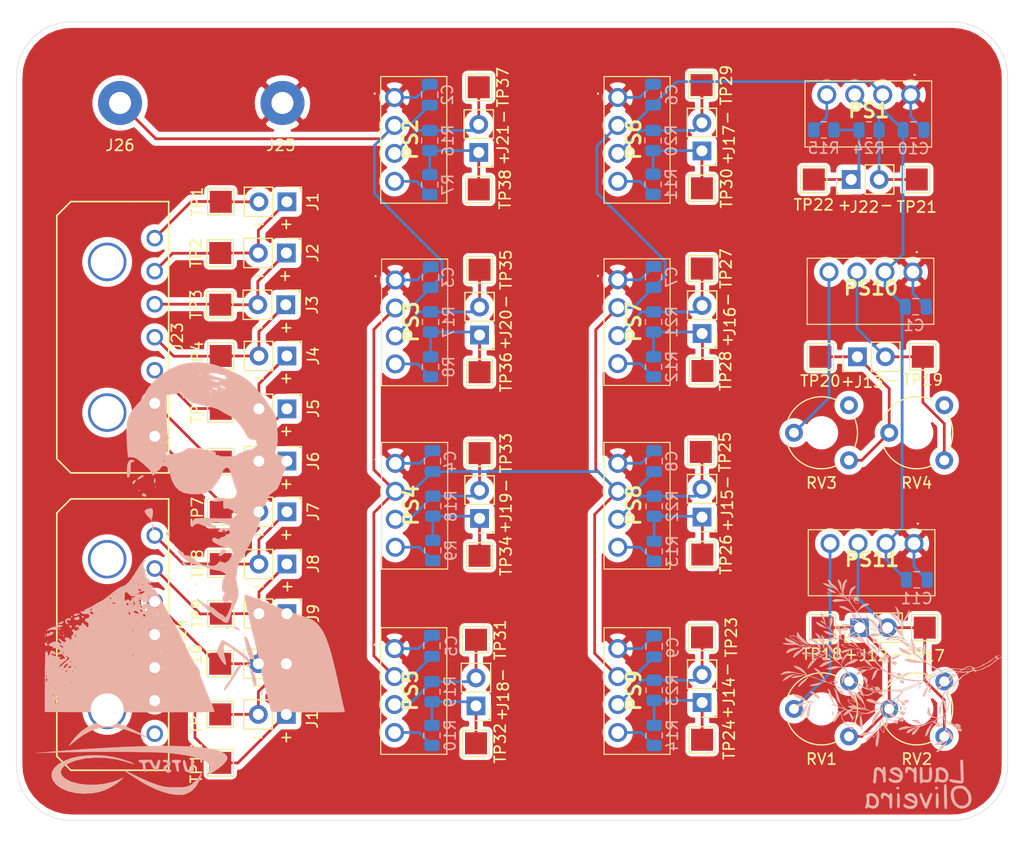
<source format=kicad_pcb>
(kicad_pcb (version 20171130) (host pcbnew "(5.1.10)-1")
  (layers (0 F.Cu signal) (31 B.Cu signal) (34 B.Paste user) (35 F.Paste user) (36 B.SilkS user) (37 F.SilkS user) (38 B.Mask user) (39 F.Mask user) (44 Edge.Cuts user))
  (net 0 "")
  (net 1 GND)
  (net 2 "Net-(J1-Pad2)")
  (net 3 "Net-(J1-Pad1)")
  (net 4 "Net-(J23-Pad4)")
  (net 5 "Net-(J23-Pad3)")
  (net 6 "Net-(J23-Pad2)")
  (net 7 "Net-(J23-Pad1)")
  (net 8 "Net-(J24-Pad7)")
  (net 9 "Net-(J24-Pad6)")
  (net 10 "Net-(J10-Pad1)")
  (net 11 "Net-(J10-Pad2)")
  (net 12 "Net-(J24-Pad2)")
  (net 13 "Net-(J24-Pad1)")
  (net 14 +5V)
  (net 15 "Net-(J12-Pad1)")
  (net 16 "Net-(J13-Pad1)")
  (net 17 "Net-(J14-Pad2)")
  (net 18 "Net-(J14-Pad1)")
  (net 19 "Net-(J15-Pad2)")
  (net 20 "Net-(J15-Pad1)")
  (net 21 "Net-(J16-Pad2)")
  (net 22 "Net-(J16-Pad1)")
  (net 23 "Net-(J17-Pad2)")
  (net 24 "Net-(J17-Pad1)")
  (net 25 "Net-(J18-Pad2)")
  (net 26 "Net-(J18-Pad1)")
  (net 27 "Net-(J19-Pad2)")
  (net 28 "Net-(J19-Pad1)")
  (net 29 "Net-(J20-Pad2)")
  (net 30 "Net-(J20-Pad1)")
  (net 31 "Net-(J21-Pad2)")
  (net 32 "Net-(J21-Pad1)")
  (net 33 "Net-(J22-Pad2)")
  (net 34 "Net-(J22-Pad1)")
  (net 35 "Net-(PS1-Pad4)")
  (net 36 "Net-(PS2-Pad4)")
  (net 37 "Net-(PS3-Pad4)")
  (net 38 "Net-(PS4-Pad4)")
  (net 39 "Net-(PS5-Pad4)")
  (net 40 "Net-(PS6-Pad4)")
  (net 41 "Net-(PS7-Pad4)")
  (net 42 "Net-(PS8-Pad4)")
  (net 43 "Net-(PS9-Pad4)")
  (net 44 "Net-(RV1-Pad1)")
  (net 45 "Net-(RV2-Pad1)")
  (net 46 "Net-(J2-Pad1)")
  (net 47 "Net-(J11-Pad1)")
  (net 48 "Net-(J12-Pad2)")
  (net 49 "Net-(J13-Pad2)")
  (net 50 "Net-(PS10-Pad4)")
  (net 51 "Net-(PS11-Pad4)")
  (net 52 "Net-(RV3-Pad1)")
  (net 53 "Net-(RV4-Pad1)")
  (module Lauren:OliveFP (layer B.Cu) (at 161.7 113.7 180)
    (fp_text reference G*** hide)
    (fp_text value LOGO hide)
  )
  (module Lauren:NameFP (layer B.Cu) (at 164.2 124.4 180)
    (fp_text reference G*** hide)
    (fp_text value LOGO hide)
  )
  (module Capacitor_SMD:C_0805_2012Metric (layer B.Cu) (at 140.35 78.15 270)
    (fp_text reference C7 (at 0 -1.65 90) (layer B.SilkS) (effects (justify mirror)))
    (fp_text value 6.8u)
    (pad 2 smd roundrect (at 0.95 0 270) (size 1 1.45) (layers B.Cu B.Paste B.Mask) (net 14 +5V))
    (pad 1 smd roundrect (at -0.95 0 270) (size 1 1.45) (layers B.Cu B.Paste B.Mask) (net 1 GND))
  )
  (module UTSVT_Power:RFM0505S (layer F.Cu) (at 137.1 61.85 270)
    (fp_text reference PS6 (at 3.81 -1.45 90) (layer F.SilkS) (effects (font (size 1.27 1.27) (thickness 0.254))))
    (fp_text value RFM-0505S hide)
    (pad 4 thru_hole circle (at 7.62 0 270) (size 1.725 1.725) (drill 1.15) (layers *.Cu *.Mask) (net 40 "Net-(PS6-Pad4)"))
    (pad 3 thru_hole circle (at 5.08 0 270) (size 1.725 1.725) (drill 1.15) (layers *.Cu *.Mask) (net 23 "Net-(J17-Pad2)"))
    (pad 2 thru_hole circle (at 2.54 0 270) (size 1.725 1.725) (drill 1.15) (layers *.Cu *.Mask) (net 14 +5V))
    (pad 1 thru_hole circle (at 0 0 270) (size 1.725 1.725) (drill 1.15) (layers *.Cu *.Mask) (net 1 GND))
  )
  (module UTSVT_Power:RFM0505S (layer F.Cu) (at 137.1 95.075 270)
    (fp_text reference PS8 (at 3.81 -1.45 90) (layer F.SilkS) (effects (font (size 1.27 1.27) (thickness 0.254))))
    (fp_text value RFM-0505S hide)
    (pad 4 thru_hole circle (at 7.62 0 270) (size 1.725 1.725) (drill 1.15) (layers *.Cu *.Mask) (net 42 "Net-(PS8-Pad4)"))
    (pad 3 thru_hole circle (at 5.08 0 270) (size 1.725 1.725) (drill 1.15) (layers *.Cu *.Mask) (net 19 "Net-(J15-Pad2)"))
    (pad 2 thru_hole circle (at 2.54 0 270) (size 1.725 1.725) (drill 1.15) (layers *.Cu *.Mask) (net 14 +5V))
    (pad 1 thru_hole circle (at 0 0 270) (size 1.725 1.725) (drill 1.15) (layers *.Cu *.Mask) (net 1 GND))
  )
  (module TestPoint:TestPoint_Pad_2.0x2.0mm (layer F.Cu) (at 124.475 70.2)
    (fp_text reference TP38 (at 2.4 0 90) (layer F.SilkS))
    (fp_text value ConstMod9-Vout)
    (pad 1 smd rect (at 0 0) (size 2 2) (layers F.Cu F.Mask) (net 32 "Net-(J21-Pad1)"))
  )
  (module TestPoint:TestPoint_Pad_2.0x2.0mm (layer F.Cu) (at 124.475 60.925)
    (fp_text reference TP37 (at 2.2 0 90) (layer F.SilkS))
    (fp_text value ConstMod9-GND)
    (pad 1 smd rect (at 0 0) (size 2 2) (layers F.Cu F.Mask) (net 31 "Net-(J21-Pad2)"))
  )
  (module TestPoint:TestPoint_Pad_2.0x2.0mm (layer F.Cu) (at 124.55 86.8)
    (fp_text reference TP36 (at 2.4 0 90) (layer F.SilkS))
    (fp_text value ConstMod8-Vout)
    (pad 1 smd rect (at 0 0) (size 2 2) (layers F.Cu F.Mask) (net 30 "Net-(J20-Pad1)"))
  )
  (module TestPoint:TestPoint_Pad_2.0x2.0mm (layer F.Cu) (at 124.55 77.5)
    (fp_text reference TP35 (at 2.4 0 90) (layer F.SilkS))
    (fp_text value ConstMod8-GND)
    (pad 1 smd rect (at 0 0) (size 2 2) (layers F.Cu F.Mask) (net 29 "Net-(J20-Pad2)"))
  )
  (module TestPoint:TestPoint_Pad_2.0x2.0mm (layer F.Cu) (at 124.55 103.475)
    (fp_text reference TP34 (at 2.4 0 90) (layer F.SilkS))
    (fp_text value ConstMod7-Vout)
    (pad 1 smd rect (at 0 0) (size 2 2) (layers F.Cu F.Mask) (net 28 "Net-(J19-Pad1)"))
  )
  (module TestPoint:TestPoint_Pad_2.0x2.0mm (layer F.Cu) (at 124.55 94.15)
    (fp_text reference TP33 (at 2.4 0 90) (layer F.SilkS))
    (fp_text value ConstMod7-GND)
    (pad 1 smd rect (at 0 0) (size 2 2) (layers F.Cu F.Mask) (net 27 "Net-(J19-Pad2)"))
  )
  (module TestPoint:TestPoint_Pad_2.0x2.0mm (layer F.Cu) (at 124.225 120.5)
    (fp_text reference TP32 (at 2.2 0 90) (layer F.SilkS))
    (fp_text value ConstMod6-Vout)
    (pad 1 smd rect (at 0 0) (size 2 2) (layers F.Cu F.Mask) (net 26 "Net-(J18-Pad1)"))
  )
  (module TestPoint:TestPoint_Pad_2.0x2.0mm (layer F.Cu) (at 124.225 111.1)
    (fp_text reference TP31 (at 2.2 0 270) (layer F.SilkS))
    (fp_text value ConstMod6-GND)
    (pad 1 smd rect (at 0 0) (size 2 2) (layers F.Cu F.Mask) (net 25 "Net-(J18-Pad2)"))
  )
  (module TestPoint:TestPoint_Pad_2.0x2.0mm (layer F.Cu) (at 144.74 70.1)
    (fp_text reference TP30 (at 2.25 0 90) (layer F.SilkS))
    (fp_text value ConstMod5-Vout)
    (pad 1 smd rect (at 0 0) (size 2 2) (layers F.Cu F.Mask) (net 24 "Net-(J17-Pad1)"))
  )
  (module TestPoint:TestPoint_Pad_2.0x2.0mm (layer F.Cu) (at 144.71 60.73)
    (fp_text reference TP29 (at 2.25 0 90) (layer F.SilkS))
    (fp_text value ConstMod5-GND)
    (pad 1 smd rect (at 0 0) (size 2 2) (layers F.Cu F.Mask) (net 23 "Net-(J17-Pad2)"))
  )
  (module TestPoint:TestPoint_Pad_2.0x2.0mm (layer F.Cu) (at 144.79 86.69)
    (fp_text reference TP28 (at 2.1 0 90) (layer F.SilkS))
    (fp_text value ConstMod4-Vout)
    (pad 1 smd rect (at 0 0) (size 2 2) (layers F.Cu F.Mask) (net 22 "Net-(J16-Pad1)"))
  )
  (module TestPoint:TestPoint_Pad_2.0x2.0mm (layer F.Cu) (at 144.73 77.39)
    (fp_text reference TP27 (at 2.2 0 90) (layer F.SilkS))
    (fp_text value ConstMod4-GND)
    (pad 1 smd rect (at 0 0) (size 2 2) (layers F.Cu F.Mask) (net 21 "Net-(J16-Pad2)"))
  )
  (module TestPoint:TestPoint_Pad_2.0x2.0mm (layer F.Cu) (at 144.78 103.36)
    (fp_text reference TP26 (at 2.15 0 90) (layer F.SilkS))
    (fp_text value ConstMod3-Vout)
    (pad 1 smd rect (at 0 0) (size 2 2) (layers F.Cu F.Mask) (net 20 "Net-(J15-Pad1)"))
  )
  (module TestPoint:TestPoint_Pad_2.0x2.0mm (layer F.Cu) (at 144.64 94.04)
    (fp_text reference TP25 (at 2.2 0 90) (layer F.SilkS))
    (fp_text value ConstMod3-GND)
    (pad 1 smd rect (at 0 0) (size 2 2) (layers F.Cu F.Mask) (net 19 "Net-(J15-Pad2)"))
  )
  (module TestPoint:TestPoint_Pad_2.0x2.0mm (layer F.Cu) (at 144.76 120.18)
    (fp_text reference TP24 (at 2.46 0 90) (layer F.SilkS))
    (fp_text value ConstMod2-Vout)
    (pad 1 smd rect (at 0 0) (size 2 2) (layers F.Cu F.Mask) (net 18 "Net-(J14-Pad1)"))
  )
  (module TestPoint:TestPoint_Pad_2.0x2.0mm (layer F.Cu) (at 144.75 110.88)
    (fp_text reference TP23 (at 2.66 -0.01 90) (layer F.SilkS))
    (fp_text value ConstMod2-GND)
    (pad 1 smd rect (at 0 0) (size 2 2) (layers F.Cu F.Mask) (net 17 "Net-(J14-Pad2)"))
  )
  (module TestPoint:TestPoint_Pad_2.0x2.0mm (layer F.Cu) (at 154.9 69.3 270)
    (fp_text reference TP22 (at 2.3 0) (layer F.SilkS))
    (fp_text value ConstMod1-Vout)
    (pad 1 smd rect (at 0 0 270) (size 2 2) (layers F.Cu F.Mask) (net 34 "Net-(J22-Pad1)"))
  )
  (module TestPoint:TestPoint_Pad_2.0x2.0mm (layer F.Cu) (at 164.25 69.3 270)
    (fp_text reference TP21 (at 2.5 0 180) (layer F.SilkS))
    (fp_text value ConstMod1-GND)
    (pad 1 smd rect (at 0 0 270) (size 2 2) (layers F.Cu F.Mask) (net 33 "Net-(J22-Pad2)"))
  )
  (module TestPoint:TestPoint_Pad_2.0x2.0mm (layer F.Cu) (at 155.5 85.4 270)
    (fp_text reference TP20 (at 2.2 0) (layer F.SilkS))
    (fp_text value VariableMod1-Vout)
    (pad 1 smd rect (at 0 0 270) (size 2 2) (layers F.Cu F.Mask) (net 16 "Net-(J13-Pad1)"))
  )
  (module TestPoint:TestPoint_Pad_2.0x2.0mm (layer F.Cu) (at 164.8 85.4 270)
    (fp_text reference TP19 (at 2.1 0) (layer F.SilkS))
    (fp_text value VariableMod1-GND)
    (pad 1 smd rect (at 0 0 270) (size 2 2) (layers F.Cu F.Mask) (net 49 "Net-(J13-Pad2)"))
  )
  (module TestPoint:TestPoint_Pad_2.0x2.0mm (layer F.Cu) (at 155.7 110 270)
    (fp_text reference TP18 (at 2.4 0.05 180) (layer F.SilkS))
    (fp_text value VariableMod2-Vout)
    (pad 1 smd rect (at 0 0 270) (size 2 2) (layers F.Cu F.Mask) (net 15 "Net-(J12-Pad1)"))
  )
  (module TestPoint:TestPoint_Pad_2.0x2.0mm (layer F.Cu) (at 164.975 110 270)
    (fp_text reference TP17 (at 2.55 0 180) (layer F.SilkS))
    (fp_text value VariableMod2-GND)
    (pad 1 smd rect (at 0 0 270) (size 2 2) (layers F.Cu F.Mask) (net 48 "Net-(J12-Pad2)"))
  )
  (module TestPoint:TestPoint_Pad_2.0x2.0mm (layer F.Cu) (at 101 122.275)
    (fp_text reference TP12 (at -2.175 0.025 90) (layer F.SilkS))
    (fp_text value TestPoint)
    (pad 1 smd rect (at 0 0) (size 2 2) (layers F.Cu F.Mask) (net 47 "Net-(J11-Pad1)"))
  )
  (module TestPoint:TestPoint_Pad_2.0x2.0mm (layer F.Cu) (at 101 117.875)
    (fp_text reference TP11 (at -2.2 -0.025 90) (layer F.SilkS))
    (fp_text value TestPoint)
    (pad 1 smd rect (at 0 0) (size 2 2) (layers F.Cu F.Mask) (net 10 "Net-(J10-Pad1)"))
  )
  (module TestPoint:TestPoint_Pad_2.0x2.0mm (layer F.Cu) (at 101 113.275)
    (fp_text reference TP10 (at -2.2 0.025 90) (layer F.SilkS))
    (fp_text value TestPoint)
    (pad 1 smd rect (at 0 0) (size 2 2) (layers F.Cu F.Mask) (net 11 "Net-(J10-Pad2)"))
  )
  (module TestPoint:TestPoint_Pad_2.0x2.0mm (layer F.Cu) (at 101.05 108.725)
    (fp_text reference TP9 (at -2.1 0 90) (layer F.SilkS))
    (fp_text value TestPoint)
    (pad 1 smd rect (at 0 0) (size 2 2) (layers F.Cu F.Mask) (net 9 "Net-(J24-Pad6)"))
  )
  (module TestPoint:TestPoint_Pad_2.0x2.0mm (layer F.Cu) (at 101.05 104.225)
    (fp_text reference TP8 (at -2.125 0 90) (layer F.SilkS))
    (fp_text value TestPoint)
    (pad 1 smd rect (at 0 0) (size 2 2) (layers F.Cu F.Mask) (net 8 "Net-(J24-Pad7)"))
  )
  (module TestPoint:TestPoint_Pad_2.0x2.0mm (layer F.Cu) (at 101.05 99.475)
    (fp_text reference TP7 (at -2.125 0 90) (layer F.SilkS))
    (fp_text value TestPoint)
    (pad 1 smd rect (at 0 0) (size 2 2) (layers F.Cu F.Mask) (net 7 "Net-(J23-Pad1)"))
  )
  (module TestPoint:TestPoint_Pad_2.0x2.0mm (layer F.Cu) (at 101.05 94.925)
    (fp_text reference TP6 (at -2.15 0 90) (layer F.SilkS))
    (fp_text value TestPoint)
    (pad 1 smd rect (at 0 0) (size 2 2) (layers F.Cu F.Mask) (net 6 "Net-(J23-Pad2)"))
  )
  (module TestPoint:TestPoint_Pad_2.0x2.0mm (layer F.Cu) (at 101.05 90.125)
    (fp_text reference TP5 (at -2.175 0 90) (layer F.SilkS))
    (fp_text value TestPoint)
    (pad 1 smd rect (at 0 0) (size 2 2) (layers F.Cu F.Mask) (net 5 "Net-(J23-Pad3)"))
  )
  (module TestPoint:TestPoint_Pad_2.0x2.0mm (layer F.Cu) (at 101.05 85.325)
    (fp_text reference TP4 (at -2.125 0 90) (layer F.SilkS))
    (fp_text value TestPoint)
    (pad 1 smd rect (at 0 0) (size 2 2) (layers F.Cu F.Mask) (net 4 "Net-(J23-Pad4)"))
  )
  (module TestPoint:TestPoint_Pad_2.0x2.0mm (layer F.Cu) (at 100.95 80.675)
    (fp_text reference TP3 (at -2.15 -0.025 90) (layer F.SilkS))
    (fp_text value TestPoint)
    (pad 1 smd rect (at 0.05 0) (size 2 2) (layers F.Cu F.Mask) (net 46 "Net-(J2-Pad1)"))
  )
  (module TestPoint:TestPoint_Pad_2.0x2.0mm (layer F.Cu) (at 101 75.975)
    (fp_text reference TP2 (at -2.2 0 90) (layer F.SilkS))
    (fp_text value TestPoint)
    (pad 1 smd rect (at 0 0) (size 2 2) (layers F.Cu F.Mask) (net 3 "Net-(J1-Pad1)"))
  )
  (module TestPoint:TestPoint_Pad_2.0x2.0mm (layer F.Cu) (at 101.05 71.325)
    (fp_text reference TP1 (at -2.15 0 90) (layer F.SilkS))
    (fp_text value TestPoint)
    (pad 1 smd rect (at 0 0) (size 2 2) (layers F.Cu F.Mask) (net 2 "Net-(J1-Pad2)"))
  )
  (module Potentiometer_THT:Potentiometer_Piher_PT-6-V_Vertical_Hole (layer F.Cu) (at 166.75 89.8 180)
    (fp_text reference RV4 (at 2.5 -7.06) (layer F.SilkS))
    (fp_text value R_POT)
    (pad "" np_thru_hole circle (at 2.5 -2.5 180) (size 2 2) (drill 2) (layers *.Cu *.Mask))
    (pad 1 thru_hole circle (at 0 0 180) (size 1.62 1.62) (drill 0.9) (layers *.Cu *.Mask) (net 53 "Net-(RV4-Pad1)"))
    (pad 2 thru_hole circle (at 5 -2.5 180) (size 1.62 1.62) (drill 0.9) (layers *.Cu *.Mask) (net 16 "Net-(J13-Pad1)"))
    (pad 3 thru_hole circle (at 0 -5 180) (size 1.62 1.62) (drill 0.9) (layers *.Cu *.Mask) (net 49 "Net-(J13-Pad2)"))
  )
  (module Potentiometer_THT:Potentiometer_Piher_PT-6-V_Vertical_Hole (layer F.Cu) (at 158.1 89.8 180)
    (fp_text reference RV3 (at 2.5 -7.06) (layer F.SilkS))
    (fp_text value R_POT)
    (pad "" np_thru_hole circle (at 2.5 -2.5 180) (size 2 2) (drill 2) (layers *.Cu *.Mask))
    (pad 1 thru_hole circle (at 0 0 180) (size 1.62 1.62) (drill 0.9) (layers *.Cu *.Mask) (net 52 "Net-(RV3-Pad1)"))
    (pad 2 thru_hole circle (at 5 -2.5 180) (size 1.62 1.62) (drill 0.9) (layers *.Cu *.Mask) (net 50 "Net-(PS10-Pad4)"))
    (pad 3 thru_hole circle (at 0 -5 180) (size 1.62 1.62) (drill 0.9) (layers *.Cu *.Mask) (net 16 "Net-(J13-Pad1)"))
  )
  (module Potentiometer_THT:Potentiometer_Piher_PT-6-V_Vertical_Hole (layer F.Cu) (at 166.75 114.875 180)
    (fp_text reference RV2 (at 2.5 -7.06) (layer F.SilkS))
    (fp_text value R_POT)
    (pad "" np_thru_hole circle (at 2.5 -2.5 180) (size 2 2) (drill 2) (layers *.Cu *.Mask))
    (pad 1 thru_hole circle (at 0 0 180) (size 1.62 1.62) (drill 0.9) (layers *.Cu *.Mask) (net 45 "Net-(RV2-Pad1)"))
    (pad 2 thru_hole circle (at 5 -2.5 180) (size 1.62 1.62) (drill 0.9) (layers *.Cu *.Mask) (net 15 "Net-(J12-Pad1)"))
    (pad 3 thru_hole circle (at 0 -5 180) (size 1.62 1.62) (drill 0.9) (layers *.Cu *.Mask) (net 48 "Net-(J12-Pad2)"))
  )
  (module Potentiometer_THT:Potentiometer_Piher_PT-6-V_Vertical_Hole (layer F.Cu) (at 158.1 114.875 180)
    (fp_text reference RV1 (at 2.5 -7.06) (layer F.SilkS))
    (fp_text value R_POT)
    (pad "" np_thru_hole circle (at 2.5 -2.5 180) (size 2 2) (drill 2) (layers *.Cu *.Mask))
    (pad 1 thru_hole circle (at 0 0 180) (size 1.62 1.62) (drill 0.9) (layers *.Cu *.Mask) (net 44 "Net-(RV1-Pad1)"))
    (pad 2 thru_hole circle (at 5 -2.5 180) (size 1.62 1.62) (drill 0.9) (layers *.Cu *.Mask) (net 51 "Net-(PS11-Pad4)"))
    (pad 3 thru_hole circle (at 0 -5 180) (size 1.62 1.62) (drill 0.9) (layers *.Cu *.Mask) (net 15 "Net-(J12-Pad1)"))
  )
  (module Resistor_SMD:R_0805_2012Metric (layer B.Cu) (at 159.9125 64.8)
    (fp_text reference R24 (at 0 1.65) (layer B.SilkS) (effects (justify mirror)))
    (fp_text value 3.6K)
    (pad 2 smd roundrect (at 0.9125 0) (size 1.025 1.4) (layers B.Cu B.Paste B.Mask) (roundrect_rratio 0.243902) (net 33 "Net-(J22-Pad2)"))
    (pad 1 smd roundrect (at -0.9125 0) (size 1.025 1.4) (layers B.Cu B.Paste B.Mask) (roundrect_rratio 0.243902) (net 34 "Net-(J22-Pad1)"))
  )
  (module Resistor_SMD:R_0805_2012Metric (layer B.Cu) (at 140.4 115.6875 90)
    (fp_text reference R23 (at 0 1.65 90) (layer B.SilkS) (effects (justify mirror)))
    (fp_text value 3.6K)
    (pad 2 smd roundrect (at 0.9125 0 90) (size 1.025 1.4) (layers B.Cu B.Paste B.Mask) (roundrect_rratio 0.243902) (net 17 "Net-(J14-Pad2)"))
    (pad 1 smd roundrect (at -0.9125 0 90) (size 1.025 1.4) (layers B.Cu B.Paste B.Mask) (roundrect_rratio 0.243902) (net 18 "Net-(J14-Pad1)"))
  )
  (module Resistor_SMD:R_0805_2012Metric (layer B.Cu) (at 140.4 98.975 90)
    (fp_text reference R22 (at 0 1.65 90) (layer B.SilkS) (effects (justify mirror)))
    (fp_text value 3.6K)
    (pad 2 smd roundrect (at 0.9125 0 90) (size 1.025 1.4) (layers B.Cu B.Paste B.Mask) (roundrect_rratio 0.243902) (net 19 "Net-(J15-Pad2)"))
    (pad 1 smd roundrect (at -0.9125 0 90) (size 1.025 1.4) (layers B.Cu B.Paste B.Mask) (roundrect_rratio 0.243902) (net 20 "Net-(J15-Pad1)"))
  )
  (module Resistor_SMD:R_0805_2012Metric (layer B.Cu) (at 140.35 82.2375 90)
    (fp_text reference R21 (at 0 1.65 90) (layer B.SilkS) (effects (justify mirror)))
    (fp_text value 3.6K)
    (pad 2 smd roundrect (at 0.9125 0 90) (size 1.025 1.4) (layers B.Cu B.Paste B.Mask) (roundrect_rratio 0.243902) (net 21 "Net-(J16-Pad2)"))
    (pad 1 smd roundrect (at -0.9125 0 90) (size 1.025 1.4) (layers B.Cu B.Paste B.Mask) (roundrect_rratio 0.243902) (net 22 "Net-(J16-Pad1)"))
  )
  (module Resistor_SMD:R_0805_2012Metric (layer B.Cu) (at 140.3 65.7625 90)
    (fp_text reference R20 (at 0 1.65 270) (layer B.SilkS) (effects (justify mirror)))
    (fp_text value 3.6K)
    (pad 2 smd roundrect (at 0.9125 0 90) (size 1.025 1.4) (layers B.Cu B.Paste B.Mask) (roundrect_rratio 0.243902) (net 23 "Net-(J17-Pad2)"))
    (pad 1 smd roundrect (at -0.9125 0 90) (size 1.025 1.4) (layers B.Cu B.Paste B.Mask) (roundrect_rratio 0.243902) (net 24 "Net-(J17-Pad1)"))
  )
  (module Resistor_SMD:R_0805_2012Metric (layer B.Cu) (at 120.225 115.8125 90)
    (fp_text reference R19 (at 0 1.65 90) (layer B.SilkS) (effects (justify mirror)))
    (fp_text value 3.6K)
    (pad 2 smd roundrect (at 0.9125 0 90) (size 1.025 1.4) (layers B.Cu B.Paste B.Mask) (roundrect_rratio 0.243902) (net 25 "Net-(J18-Pad2)"))
    (pad 1 smd roundrect (at -0.9125 0 90) (size 1.025 1.4) (layers B.Cu B.Paste B.Mask) (roundrect_rratio 0.243902) (net 26 "Net-(J18-Pad1)"))
  )
  (module Resistor_SMD:R_0805_2012Metric (layer B.Cu) (at 120.3 98.9625 90)
    (fp_text reference R18 (at 0 1.65 90) (layer B.SilkS) (effects (justify mirror)))
    (fp_text value 3.6K)
    (pad 2 smd roundrect (at 0.9125 0 90) (size 1.025 1.4) (layers B.Cu B.Paste B.Mask) (roundrect_rratio 0.243902) (net 27 "Net-(J19-Pad2)"))
    (pad 1 smd roundrect (at -0.9125 0 90) (size 1.025 1.4) (layers B.Cu B.Paste B.Mask) (roundrect_rratio 0.243902) (net 28 "Net-(J19-Pad1)"))
  )
  (module Resistor_SMD:R_0805_2012Metric (layer B.Cu) (at 120.1 82.2375 90)
    (fp_text reference R17 (at 0 1.65 90) (layer B.SilkS) (effects (justify mirror)))
    (fp_text value 3.6K)
    (pad 2 smd roundrect (at 0.9125 0 90) (size 1.025 1.4) (layers B.Cu B.Paste B.Mask) (roundrect_rratio 0.243902) (net 29 "Net-(J20-Pad2)"))
    (pad 1 smd roundrect (at -0.9125 0 90) (size 1.025 1.4) (layers B.Cu B.Paste B.Mask) (roundrect_rratio 0.243902) (net 30 "Net-(J20-Pad1)"))
  )
  (module Resistor_SMD:R_0805_2012Metric (layer B.Cu) (at 120.025 65.7625 90)
    (fp_text reference R16 (at 0 1.65 270) (layer B.SilkS) (effects (justify mirror)))
    (fp_text value 3.6K)
    (pad 2 smd roundrect (at 0.9125 0 90) (size 1.025 1.4) (layers B.Cu B.Paste B.Mask) (roundrect_rratio 0.243902) (net 31 "Net-(J21-Pad2)"))
    (pad 1 smd roundrect (at -0.9125 0 90) (size 1.025 1.4) (layers B.Cu B.Paste B.Mask) (roundrect_rratio 0.243902) (net 32 "Net-(J21-Pad1)"))
  )
  (module Resistor_SMD:R_0805_2012Metric (layer B.Cu) (at 155.8125 64.8)
    (fp_text reference R15 (at 0 1.65) (layer B.SilkS) (effects (justify mirror)))
    (fp_text value 1.4K)
    (pad 2 smd roundrect (at 0.9125 0) (size 1.025 1.4) (layers B.Cu B.Paste B.Mask) (roundrect_rratio 0.243902) (net 34 "Net-(J22-Pad1)"))
    (pad 1 smd roundrect (at -0.9125 0) (size 1.025 1.4) (layers B.Cu B.Paste B.Mask) (roundrect_rratio 0.243902) (net 35 "Net-(PS1-Pad4)"))
  )
  (module Resistor_SMD:R_0805_2012Metric (layer B.Cu) (at 140.4 119.7875 90)
    (fp_text reference R14 (at 0 1.65 90) (layer B.SilkS) (effects (justify mirror)))
    (fp_text value 1.4K)
    (pad 2 smd roundrect (at 0.9125 0 90) (size 1.025 1.4) (layers B.Cu B.Paste B.Mask) (roundrect_rratio 0.243902) (net 18 "Net-(J14-Pad1)"))
    (pad 1 smd roundrect (at -0.9125 0 90) (size 1.025 1.4) (layers B.Cu B.Paste B.Mask) (roundrect_rratio 0.243902) (net 43 "Net-(PS9-Pad4)"))
  )
  (module Resistor_SMD:R_0805_2012Metric (layer B.Cu) (at 140.4 103.0625 90)
    (fp_text reference R13 (at 0 1.65 90) (layer B.SilkS) (effects (justify mirror)))
    (fp_text value 280)
    (pad 2 smd roundrect (at 0.9125 0 90) (size 1.025 1.4) (layers B.Cu B.Paste B.Mask) (roundrect_rratio 0.243902) (net 20 "Net-(J15-Pad1)"))
    (pad 1 smd roundrect (at -0.9125 0 90) (size 1.025 1.4) (layers B.Cu B.Paste B.Mask) (roundrect_rratio 0.243902) (net 42 "Net-(PS8-Pad4)"))
  )
  (module Resistor_SMD:R_0805_2012Metric (layer B.Cu) (at 140.35 86.3125 90)
    (fp_text reference R12 (at 0 1.65 90) (layer B.SilkS) (effects (justify mirror)))
    (fp_text value 1.4K)
    (pad 2 smd roundrect (at 0.9125 0 90) (size 1.025 1.4) (layers B.Cu B.Paste B.Mask) (roundrect_rratio 0.243902) (net 22 "Net-(J16-Pad1)"))
    (pad 1 smd roundrect (at -0.9125 0 90) (size 1.025 1.4) (layers B.Cu B.Paste B.Mask) (roundrect_rratio 0.243902) (net 41 "Net-(PS7-Pad4)"))
  )
  (module Resistor_SMD:R_0805_2012Metric (layer B.Cu) (at 140.3 69.7375 90)
    (fp_text reference R11 (at 0 1.65 90) (layer B.SilkS) (effects (justify mirror)))
    (fp_text value 1.4K)
    (pad 2 smd roundrect (at 0.9125 0 90) (size 1.025 1.4) (layers B.Cu B.Paste B.Mask) (roundrect_rratio 0.243902) (net 24 "Net-(J17-Pad1)"))
    (pad 1 smd roundrect (at -0.9125 0 90) (size 1.025 1.4) (layers B.Cu B.Paste B.Mask) (roundrect_rratio 0.243902) (net 40 "Net-(PS6-Pad4)"))
  )
  (module Resistor_SMD:R_0805_2012Metric (layer B.Cu) (at 120.225 119.7875 90)
    (fp_text reference R10 (at 0 1.65 270) (layer B.SilkS) (effects (justify mirror)))
    (fp_text value 1.4K)
    (pad 2 smd roundrect (at 0.9125 0 90) (size 1.025 1.4) (layers B.Cu B.Paste B.Mask) (roundrect_rratio 0.243902) (net 26 "Net-(J18-Pad1)"))
    (pad 1 smd roundrect (at -0.9125 0 90) (size 1.025 1.4) (layers B.Cu B.Paste B.Mask) (roundrect_rratio 0.243902) (net 39 "Net-(PS5-Pad4)"))
  )
  (module Resistor_SMD:R_0805_2012Metric (layer B.Cu) (at 120.3 102.9875 90)
    (fp_text reference R9 (at 0 1.65 90) (layer B.SilkS) (effects (justify mirror)))
    (fp_text value 1.4K)
    (pad 2 smd roundrect (at 0.9125 0 90) (size 1.025 1.4) (layers B.Cu B.Paste B.Mask) (roundrect_rratio 0.243902) (net 28 "Net-(J19-Pad1)"))
    (pad 1 smd roundrect (at -0.9125 0 90) (size 1.025 1.4) (layers B.Cu B.Paste B.Mask) (roundrect_rratio 0.243902) (net 38 "Net-(PS4-Pad4)"))
  )
  (module Resistor_SMD:R_0805_2012Metric (layer B.Cu) (at 120.1 86.3125 90)
    (fp_text reference R8 (at 0 1.65 90) (layer B.SilkS) (effects (justify mirror)))
    (fp_text value 1.4K)
    (pad 2 smd roundrect (at 0.9125 0 90) (size 1.025 1.4) (layers B.Cu B.Paste B.Mask) (roundrect_rratio 0.243902) (net 30 "Net-(J20-Pad1)"))
    (pad 1 smd roundrect (at -0.9125 0 90) (size 1.025 1.4) (layers B.Cu B.Paste B.Mask) (roundrect_rratio 0.243902) (net 37 "Net-(PS3-Pad4)"))
  )
  (module Resistor_SMD:R_0805_2012Metric (layer B.Cu) (at 120.025 69.7625 90)
    (fp_text reference R7 (at 0 1.65 90) (layer B.SilkS) (effects (justify mirror)))
    (fp_text value 1.4K)
    (pad 2 smd roundrect (at 0.9125 0 90) (size 1.025 1.4) (layers B.Cu B.Paste B.Mask) (roundrect_rratio 0.243902) (net 32 "Net-(J21-Pad1)"))
    (pad 1 smd roundrect (at -0.9125 0 90) (size 1.025 1.4) (layers B.Cu B.Paste B.Mask) (roundrect_rratio 0.243902) (net 36 "Net-(PS2-Pad4)"))
  )
  (module UTSVT_Power:RFM0505S (layer F.Cu) (at 164 102.35 180)
    (fp_text reference PS11 (at 3.81 -1.45) (layer F.SilkS) (effects (font (size 1.27 1.27) (thickness 0.254))))
    (fp_text value RFM-0505S hide)
    (pad 4 thru_hole circle (at 7.62 0 180) (size 1.725 1.725) (drill 1.15) (layers *.Cu *.Mask) (net 51 "Net-(PS11-Pad4)"))
    (pad 3 thru_hole circle (at 5.08 0 180) (size 1.725 1.725) (drill 1.15) (layers *.Cu *.Mask) (net 48 "Net-(J12-Pad2)"))
    (pad 2 thru_hole circle (at 2.54 0 180) (size 1.725 1.725) (drill 1.15) (layers *.Cu *.Mask) (net 14 +5V))
    (pad 1 thru_hole circle (at 0 0 180) (size 1.725 1.725) (drill 1.15) (layers *.Cu *.Mask) (net 1 GND))
  )
  (module UTSVT_Power:RFM0505S (layer F.Cu) (at 163.9 77.7 180)
    (fp_text reference PS10 (at 3.81 -1.45) (layer F.SilkS) (effects (font (size 1.27 1.27) (thickness 0.254))))
    (fp_text value RFM-0505S hide)
    (pad 4 thru_hole circle (at 7.62 0 180) (size 1.725 1.725) (drill 1.15) (layers *.Cu *.Mask) (net 50 "Net-(PS10-Pad4)"))
    (pad 3 thru_hole circle (at 5.08 0 180) (size 1.725 1.725) (drill 1.15) (layers *.Cu *.Mask) (net 49 "Net-(J13-Pad2)"))
    (pad 2 thru_hole circle (at 2.54 0 180) (size 1.725 1.725) (drill 1.15) (layers *.Cu *.Mask) (net 14 +5V))
    (pad 1 thru_hole circle (at 0 0 180) (size 1.725 1.725) (drill 1.15) (layers *.Cu *.Mask) (net 1 GND))
  )
  (module UTSVT_Power:RFM0505S (layer F.Cu) (at 137.1 111.9 270)
    (fp_text reference PS9 (at 3.81 -1.45 90) (layer F.SilkS) (effects (font (size 1.27 1.27) (thickness 0.254))))
    (fp_text value RFM-0505S hide)
    (pad 4 thru_hole circle (at 7.62 0 270) (size 1.725 1.725) (drill 1.15) (layers *.Cu *.Mask) (net 43 "Net-(PS9-Pad4)"))
    (pad 3 thru_hole circle (at 5.08 0 270) (size 1.725 1.725) (drill 1.15) (layers *.Cu *.Mask) (net 17 "Net-(J14-Pad2)"))
    (pad 2 thru_hole circle (at 2.54 0 270) (size 1.725 1.725) (drill 1.15) (layers *.Cu *.Mask) (net 14 +5V))
    (pad 1 thru_hole circle (at 0 0 270) (size 1.725 1.725) (drill 1.15) (layers *.Cu *.Mask) (net 1 GND))
  )
  (module UTSVT_Power:RFM0505S (layer F.Cu) (at 137.1 78.4 270)
    (fp_text reference PS7 (at 3.81 -1.45 90) (layer F.SilkS) (effects (font (size 1.27 1.27) (thickness 0.254))))
    (fp_text value RFM-0505S hide)
    (pad 4 thru_hole circle (at 7.62 0 270) (size 1.725 1.725) (drill 1.15) (layers *.Cu *.Mask) (net 41 "Net-(PS7-Pad4)"))
    (pad 3 thru_hole circle (at 5.08 0 270) (size 1.725 1.725) (drill 1.15) (layers *.Cu *.Mask) (net 21 "Net-(J16-Pad2)"))
    (pad 2 thru_hole circle (at 2.54 0 270) (size 1.725 1.725) (drill 1.15) (layers *.Cu *.Mask) (net 14 +5V))
    (pad 1 thru_hole circle (at 0 0 270) (size 1.725 1.725) (drill 1.15) (layers *.Cu *.Mask) (net 1 GND))
  )
  (module UTSVT_Power:RFM0505S (layer F.Cu) (at 116.825 111.9 270)
    (fp_text reference PS5 (at 3.81 -1.45 90) (layer F.SilkS) (effects (font (size 1.27 1.27) (thickness 0.254))))
    (fp_text value RFM-0505S hide)
    (pad 4 thru_hole circle (at 7.62 0 270) (size 1.725 1.725) (drill 1.15) (layers *.Cu *.Mask) (net 39 "Net-(PS5-Pad4)"))
    (pad 3 thru_hole circle (at 5.08 0 270) (size 1.725 1.725) (drill 1.15) (layers *.Cu *.Mask) (net 25 "Net-(J18-Pad2)"))
    (pad 2 thru_hole circle (at 2.54 0 270) (size 1.725 1.725) (drill 1.15) (layers *.Cu *.Mask) (net 14 +5V))
    (pad 1 thru_hole circle (at 0 0 270) (size 1.725 1.725) (drill 1.15) (layers *.Cu *.Mask) (net 1 GND))
  )
  (module UTSVT_Power:RFM0505S (layer F.Cu) (at 116.9 95.075 270)
    (fp_text reference PS4 (at 3.81 -1.45 90) (layer F.SilkS) (effects (font (size 1.27 1.27) (thickness 0.254))))
    (fp_text value RFM-0505S hide)
    (pad 4 thru_hole circle (at 7.62 0 270) (size 1.725 1.725) (drill 1.15) (layers *.Cu *.Mask) (net 38 "Net-(PS4-Pad4)"))
    (pad 3 thru_hole circle (at 5.08 0 270) (size 1.725 1.725) (drill 1.15) (layers *.Cu *.Mask) (net 27 "Net-(J19-Pad2)"))
    (pad 2 thru_hole circle (at 2.54 0 270) (size 1.725 1.725) (drill 1.15) (layers *.Cu *.Mask) (net 14 +5V))
    (pad 1 thru_hole circle (at 0 0 270) (size 1.725 1.725) (drill 1.15) (layers *.Cu *.Mask) (net 1 GND))
  )
  (module UTSVT_Power:RFM0505S (layer F.Cu) (at 116.9 78.425 270)
    (fp_text reference PS3 (at 3.81 -1.45 90) (layer F.SilkS) (effects (font (size 1.27 1.27) (thickness 0.254))))
    (fp_text value RFM-0505S hide)
    (pad 4 thru_hole circle (at 7.62 0 270) (size 1.725 1.725) (drill 1.15) (layers *.Cu *.Mask) (net 37 "Net-(PS3-Pad4)"))
    (pad 3 thru_hole circle (at 5.08 0 270) (size 1.725 1.725) (drill 1.15) (layers *.Cu *.Mask) (net 29 "Net-(J20-Pad2)"))
    (pad 2 thru_hole circle (at 2.54 0 270) (size 1.725 1.725) (drill 1.15) (layers *.Cu *.Mask) (net 14 +5V))
    (pad 1 thru_hole circle (at 0 0 270) (size 1.725 1.725) (drill 1.15) (layers *.Cu *.Mask) (net 1 GND))
  )
  (module UTSVT_Power:RFM0505S (layer F.Cu) (at 116.825 61.85 270)
    (fp_text reference PS2 (at 3.81 -1.45 90) (layer F.SilkS) (effects (font (size 1.27 1.27) (thickness 0.254))))
    (fp_text value RFM-0505S hide)
    (pad 4 thru_hole circle (at 7.62 0 270) (size 1.725 1.725) (drill 1.15) (layers *.Cu *.Mask) (net 36 "Net-(PS2-Pad4)"))
    (pad 3 thru_hole circle (at 5.08 0 270) (size 1.725 1.725) (drill 1.15) (layers *.Cu *.Mask) (net 31 "Net-(J21-Pad2)"))
    (pad 2 thru_hole circle (at 2.54 0 270) (size 1.725 1.725) (drill 1.15) (layers *.Cu *.Mask) (net 14 +5V))
    (pad 1 thru_hole circle (at 0 0 270) (size 1.725 1.725) (drill 1.15) (layers *.Cu *.Mask) (net 1 GND))
  )
  (module UTSVT_Power:RFM0505S (layer F.Cu) (at 163.7 61.6 180)
    (fp_text reference PS1 (at 3.81 -1.45) (layer F.SilkS) (effects (font (size 1.27 1.27) (thickness 0.254))))
    (fp_text value RFM-0505S hide)
    (pad 4 thru_hole circle (at 7.62 0 180) (size 1.725 1.725) (drill 1.15) (layers *.Cu *.Mask) (net 35 "Net-(PS1-Pad4)"))
    (pad 3 thru_hole circle (at 5.08 0 180) (size 1.725 1.725) (drill 1.15) (layers *.Cu *.Mask) (net 33 "Net-(J22-Pad2)"))
    (pad 2 thru_hole circle (at 2.54 0 180) (size 1.725 1.725) (drill 1.15) (layers *.Cu *.Mask) (net 14 +5V))
    (pad 1 thru_hole circle (at 0 0 180) (size 1.725 1.725) (drill 1.15) (layers *.Cu *.Mask) (net 1 GND))
  )
  (module UTSVT_Special:UTSVT_Logo_Symbol (layer B.Cu) (at 93.2 122 180)
    (fp_text reference LOGO2 hide)
    (fp_text value UTSVT_Logo hide)
  )
  (module UTSVT_Special:Hallock_Image (layer B.Cu) (at 99.8 101.4 180)
    (fp_text reference LOGO1 hide)
    (fp_text value Hallock hide)
  )
  (module UTSVT_Connectors:Banana_Jack_1_Pin_4mm (layer F.Cu) (at 91.9 62.575)
    (fp_text reference J26 (at 0 3.625) (layer F.SilkS))
    (fp_text value Conn_01x01)
    (pad 1 thru_hole circle (at 0 -0.225) (size 4 4) (drill 2) (layers *.Cu *.Mask) (net 14 +5V))
  )
  (module UTSVT_Connectors:Banana_Jack_1_Pin_4mm (layer F.Cu) (at 106.65 62.35 90)
    (fp_text reference J25 (at -3.85 -0.15 180) (layer F.SilkS))
    (fp_text value Conn_01x01)
    (pad 1 thru_hole circle (at 0 0 90) (size 4 4) (drill 2) (layers *.Cu *.Mask) (net 1 GND))
  )
  (module UTSVT_Connectors:Molex_MicroFit_01x07_Horizontal (layer F.Cu) (at 95.05 110.625 270)
    (fp_text reference J24 (at -0.075 -2.35 90) (layer F.SilkS))
    (fp_text value Conn_01x07)
    (pad "" thru_hole circle (at 6.841 4.318 270) (size 3.5 3.5) (drill 3) (layers *.Cu *.Mask))
    (pad "" thru_hole circle (at -6.841 4.318 270) (size 3.5 3.5) (drill 3) (layers *.Cu *.Mask))
    (pad 7 thru_hole circle (at -9 0 270) (size 1.5 1.5) (drill 1) (layers *.Cu *.Mask) (net 8 "Net-(J24-Pad7)"))
    (pad 6 thru_hole circle (at -6 0 270) (size 1.5 1.5) (drill 1) (layers *.Cu *.Mask) (net 9 "Net-(J24-Pad6)"))
    (pad 5 thru_hole circle (at -3 0 270) (size 1.5 1.5) (drill 1) (layers *.Cu *.Mask) (net 11 "Net-(J10-Pad2)"))
    (pad 4 thru_hole circle (at 0 0 270) (size 1.5 1.5) (drill 1) (layers *.Cu *.Mask) (net 10 "Net-(J10-Pad1)"))
    (pad 3 thru_hole circle (at 3 0 270) (size 1.5 1.5) (drill 1) (layers *.Cu *.Mask) (net 47 "Net-(J11-Pad1)"))
    (pad 2 thru_hole circle (at 6 0 270) (size 1.5 1.5) (drill 1) (layers *.Cu *.Mask) (net 12 "Net-(J24-Pad2)"))
    (pad 1 thru_hole circle (at 9 0 270) (size 1.5 1.5) (drill 1) (layers *.Cu *.Mask) (net 13 "Net-(J24-Pad1)"))
  )
  (module UTSVT_Connectors:Molex_MicroFit_01x07_Horizontal (layer F.Cu) (at 95.05 83.625 270)
    (fp_text reference J23 (at -0.025 -2.05 90) (layer F.SilkS))
    (fp_text value Conn_01x07)
    (pad "" thru_hole circle (at 6.841 4.318 270) (size 3.5 3.5) (drill 3) (layers *.Cu *.Mask))
    (pad "" thru_hole circle (at -6.841 4.318 270) (size 3.5 3.5) (drill 3) (layers *.Cu *.Mask))
    (pad 7 thru_hole circle (at -9 0 270) (size 1.5 1.5) (drill 1) (layers *.Cu *.Mask) (net 2 "Net-(J1-Pad2)"))
    (pad 6 thru_hole circle (at -6 0 270) (size 1.5 1.5) (drill 1) (layers *.Cu *.Mask) (net 3 "Net-(J1-Pad1)"))
    (pad 5 thru_hole circle (at -3 0 270) (size 1.5 1.5) (drill 1) (layers *.Cu *.Mask) (net 46 "Net-(J2-Pad1)"))
    (pad 4 thru_hole circle (at 0 0 270) (size 1.5 1.5) (drill 1) (layers *.Cu *.Mask) (net 4 "Net-(J23-Pad4)"))
    (pad 3 thru_hole circle (at 3 0 270) (size 1.5 1.5) (drill 1) (layers *.Cu *.Mask) (net 5 "Net-(J23-Pad3)"))
    (pad 2 thru_hole circle (at 6 0 270) (size 1.5 1.5) (drill 1) (layers *.Cu *.Mask) (net 6 "Net-(J23-Pad2)"))
    (pad 1 thru_hole circle (at 9 0 270) (size 1.5 1.5) (drill 1) (layers *.Cu *.Mask) (net 7 "Net-(J23-Pad1)"))
  )
  (module Connector_PinHeader_2.54mm:PinHeader_1x02_P2.54mm_Vertical (layer F.Cu) (at 158.3 69.3 90)
    (fp_text reference J22 (at -2.5 1.2) (layer F.SilkS))
    (fp_text value Conn_01x02)
    (pad 2 thru_hole oval (at 0 2.54 90) (size 1.7 1.7) (drill 1) (layers *.Cu *.Mask) (net 33 "Net-(J22-Pad2)"))
    (pad 1 thru_hole rect (at 0 0 90) (size 1.7 1.7) (drill 1) (layers *.Cu *.Mask) (net 34 "Net-(J22-Pad1)"))
  )
  (module Connector_PinHeader_2.54mm:PinHeader_1x02_P2.54mm_Vertical (layer F.Cu) (at 124.475 66.84 180)
    (fp_text reference J21 (at -2.2 1.2 90) (layer F.SilkS))
    (fp_text value Conn_01x02)
    (pad 2 thru_hole oval (at 0 2.54 180) (size 1.7 1.7) (drill 1) (layers *.Cu *.Mask) (net 31 "Net-(J21-Pad2)"))
    (pad 1 thru_hole rect (at 0 0 180) (size 1.7 1.7) (drill 1) (layers *.Cu *.Mask) (net 32 "Net-(J21-Pad1)"))
  )
  (module Connector_PinHeader_2.54mm:PinHeader_1x02_P2.54mm_Vertical (layer F.Cu) (at 124.55 83.425 180)
    (fp_text reference J20 (at -2.4 1 90) (layer F.SilkS))
    (fp_text value Conn_01x02)
    (pad 2 thru_hole oval (at 0 2.54 180) (size 1.7 1.7) (drill 1) (layers *.Cu *.Mask) (net 29 "Net-(J20-Pad2)"))
    (pad 1 thru_hole rect (at 0 0 180) (size 1.7 1.7) (drill 1) (layers *.Cu *.Mask) (net 30 "Net-(J20-Pad1)"))
  )
  (module Connector_PinHeader_2.54mm:PinHeader_1x02_P2.54mm_Vertical (layer F.Cu) (at 124.55 100.075 180)
    (fp_text reference J19 (at -2.4 1 90) (layer F.SilkS))
    (fp_text value Conn_01x02)
    (pad 2 thru_hole oval (at 0 2.54 180) (size 1.7 1.7) (drill 1) (layers *.Cu *.Mask) (net 27 "Net-(J19-Pad2)"))
    (pad 1 thru_hole rect (at 0 0 180) (size 1.7 1.7) (drill 1) (layers *.Cu *.Mask) (net 28 "Net-(J19-Pad1)"))
  )
  (module Connector_PinHeader_2.54mm:PinHeader_1x02_P2.54mm_Vertical (layer F.Cu) (at 124.225 117.1 180)
    (fp_text reference J18 (at -2.475 0.9 90) (layer F.SilkS))
    (fp_text value Conn_01x02)
    (pad 2 thru_hole oval (at 0 2.54 180) (size 1.7 1.7) (drill 1) (layers *.Cu *.Mask) (net 25 "Net-(J18-Pad2)"))
    (pad 1 thru_hole rect (at 0 0 180) (size 1.7 1.7) (drill 1) (layers *.Cu *.Mask) (net 26 "Net-(J18-Pad1)"))
  )
  (module Connector_PinHeader_2.54mm:PinHeader_1x02_P2.54mm_Vertical (layer F.Cu) (at 144.74 66.7 180)
    (fp_text reference J17 (at -2.47 1.02 90) (layer F.SilkS))
    (fp_text value Conn_01x02)
    (pad 2 thru_hole oval (at 0 2.54 180) (size 1.7 1.7) (drill 1) (layers *.Cu *.Mask) (net 23 "Net-(J17-Pad2)"))
    (pad 1 thru_hole rect (at 0 0 180) (size 1.7 1.7) (drill 1) (layers *.Cu *.Mask) (net 24 "Net-(J17-Pad1)"))
  )
  (module Connector_PinHeader_2.54mm:PinHeader_1x02_P2.54mm_Vertical (layer F.Cu) (at 144.76 83.29 180)
    (fp_text reference J16 (at -2.52 1.1 90) (layer F.SilkS))
    (fp_text value Conn_01x02)
    (pad 2 thru_hole oval (at 0 2.54 180) (size 1.7 1.7) (drill 1) (layers *.Cu *.Mask) (net 21 "Net-(J16-Pad2)"))
    (pad 1 thru_hole rect (at 0 0 180) (size 1.7 1.7) (drill 1) (layers *.Cu *.Mask) (net 22 "Net-(J16-Pad1)"))
  )
  (module Connector_PinHeader_2.54mm:PinHeader_1x02_P2.54mm_Vertical (layer F.Cu) (at 144.75 99.96 180)
    (fp_text reference J15 (at -2.3 1.2 90) (layer F.SilkS))
    (fp_text value Conn_01x02)
    (pad 2 thru_hole oval (at 0 2.54 180) (size 1.7 1.7) (drill 1) (layers *.Cu *.Mask) (net 19 "Net-(J15-Pad2)"))
    (pad 1 thru_hole rect (at 0 0 180) (size 1.7 1.7) (drill 1) (layers *.Cu *.Mask) (net 20 "Net-(J15-Pad1)"))
  )
  (module Connector_PinHeader_2.54mm:PinHeader_1x02_P2.54mm_Vertical (layer F.Cu) (at 144.76 116.8 180)
    (fp_text reference J14 (at -2.44 0.98 90) (layer F.SilkS))
    (fp_text value Conn_01x02)
    (pad 2 thru_hole oval (at 0 2.54 180) (size 1.7 1.7) (drill 1) (layers *.Cu *.Mask) (net 17 "Net-(J14-Pad2)"))
    (pad 1 thru_hole rect (at 0 0 180) (size 1.7 1.7) (drill 1) (layers *.Cu *.Mask) (net 18 "Net-(J14-Pad1)"))
  )
  (module Connector_PinHeader_2.54mm:PinHeader_1x02_P2.54mm_Vertical (layer F.Cu) (at 158.86 85.4 90)
    (fp_text reference J13 (at -2.3 1.04) (layer F.SilkS))
    (fp_text value Conn_01x02)
    (pad 2 thru_hole oval (at 0 2.54 90) (size 1.7 1.7) (drill 1) (layers *.Cu *.Mask) (net 49 "Net-(J13-Pad2)"))
    (pad 1 thru_hole rect (at 0 0 90) (size 1.7 1.7) (drill 1) (layers *.Cu *.Mask) (net 16 "Net-(J13-Pad1)"))
  )
  (module Connector_PinHeader_2.54mm:PinHeader_1x02_P2.54mm_Vertical (layer F.Cu) (at 159.06 110 90)
    (fp_text reference J12 (at -2.525 1.24 180) (layer F.SilkS))
    (fp_text value Conn_01x02)
    (pad 2 thru_hole oval (at 0 2.54 90) (size 1.7 1.7) (drill 1) (layers *.Cu *.Mask) (net 48 "Net-(J12-Pad2)"))
    (pad 1 thru_hole rect (at 0 0 90) (size 1.7 1.7) (drill 1) (layers *.Cu *.Mask) (net 15 "Net-(J12-Pad1)"))
  )
  (module Connector_PinHeader_2.54mm:PinHeader_1x02_P2.54mm_Vertical (layer F.Cu) (at 107 117.875 270)
    (fp_text reference J11 (at -0.025 -2.35 90) (layer F.SilkS))
    (fp_text value Conn_01x02)
    (pad 1 thru_hole rect (at 0 0 270) (size 1.7 1.7) (drill 1) (layers *.Cu *.Mask) (net 47 "Net-(J11-Pad1)"))
    (pad 2 thru_hole oval (at 0 2.54 270) (size 1.7 1.7) (drill 1) (layers *.Cu *.Mask) (net 10 "Net-(J10-Pad1)"))
  )
  (module Connector_PinHeader_2.54mm:PinHeader_1x02_P2.54mm_Vertical (layer F.Cu) (at 107 113.275 270)
    (fp_text reference J10 (at 0 -2.35 90) (layer F.SilkS))
    (fp_text value Conn_01x02)
    (pad 1 thru_hole rect (at 0 0 270) (size 1.7 1.7) (drill 1) (layers *.Cu *.Mask) (net 10 "Net-(J10-Pad1)"))
    (pad 2 thru_hole oval (at 0 2.54 270) (size 1.7 1.7) (drill 1) (layers *.Cu *.Mask) (net 11 "Net-(J10-Pad2)"))
  )
  (module Connector_PinHeader_2.54mm:PinHeader_1x02_P2.54mm_Vertical (layer F.Cu) (at 107.05 108.725 270)
    (fp_text reference J9 (at -0.025 -2.4 90) (layer F.SilkS))
    (fp_text value Conn_01x02)
    (pad 1 thru_hole rect (at 0 0 270) (size 1.7 1.7) (drill 1) (layers *.Cu *.Mask) (net 11 "Net-(J10-Pad2)"))
    (pad 2 thru_hole oval (at 0 2.54 270) (size 1.7 1.7) (drill 1) (layers *.Cu *.Mask) (net 9 "Net-(J24-Pad6)"))
  )
  (module Connector_PinHeader_2.54mm:PinHeader_1x02_P2.54mm_Vertical (layer F.Cu) (at 107.05 104.225 270)
    (fp_text reference J8 (at -0.025 -2.4 90) (layer F.SilkS))
    (fp_text value Conn_01x02)
    (pad 1 thru_hole rect (at 0 0 270) (size 1.7 1.7) (drill 1) (layers *.Cu *.Mask) (net 9 "Net-(J24-Pad6)"))
    (pad 2 thru_hole oval (at 0 2.54 270) (size 1.7 1.7) (drill 1) (layers *.Cu *.Mask) (net 8 "Net-(J24-Pad7)"))
  )
  (module Connector_PinHeader_2.54mm:PinHeader_1x02_P2.54mm_Vertical (layer F.Cu) (at 107.05 99.475 270)
    (fp_text reference J7 (at 0 -2.4 90) (layer F.SilkS))
    (fp_text value Conn_01x02)
    (pad 1 thru_hole rect (at 0 0 270) (size 1.7 1.7) (drill 1) (layers *.Cu *.Mask) (net 8 "Net-(J24-Pad7)"))
    (pad 2 thru_hole oval (at 0 2.54 270) (size 1.7 1.7) (drill 1) (layers *.Cu *.Mask) (net 7 "Net-(J23-Pad1)"))
  )
  (module Connector_PinHeader_2.54mm:PinHeader_1x02_P2.54mm_Vertical (layer F.Cu) (at 107.05 94.875 270)
    (fp_text reference J6 (at 0 -2.4 90) (layer F.SilkS))
    (fp_text value Conn_01x02)
    (pad 2 thru_hole oval (at 0 2.54 270) (size 1.7 1.7) (drill 1) (layers *.Cu *.Mask) (net 6 "Net-(J23-Pad2)"))
    (pad 1 thru_hole rect (at 0 0 270) (size 1.7 1.7) (drill 1) (layers *.Cu *.Mask) (net 7 "Net-(J23-Pad1)"))
  )
  (module Connector_PinHeader_2.54mm:PinHeader_1x02_P2.54mm_Vertical (layer F.Cu) (at 107.05 90.125 270)
    (fp_text reference J5 (at -0.025 -2.4 90) (layer F.SilkS))
    (fp_text value Conn_01x02)
    (pad 1 thru_hole rect (at 0 0 270) (size 1.7 1.7) (drill 1) (layers *.Cu *.Mask) (net 6 "Net-(J23-Pad2)"))
    (pad 2 thru_hole oval (at 0 2.54 270) (size 1.7 1.7) (drill 1) (layers *.Cu *.Mask) (net 5 "Net-(J23-Pad3)"))
  )
  (module Connector_PinHeader_2.54mm:PinHeader_1x02_P2.54mm_Vertical (layer F.Cu) (at 107.05 85.325 270)
    (fp_text reference J4 (at 0 -2.4 90) (layer F.SilkS))
    (fp_text value Conn_01x02)
    (pad 1 thru_hole rect (at 0 0 270) (size 1.7 1.7) (drill 1) (layers *.Cu *.Mask) (net 5 "Net-(J23-Pad3)"))
    (pad 2 thru_hole oval (at 0 2.54 270) (size 1.7 1.7) (drill 1) (layers *.Cu *.Mask) (net 4 "Net-(J23-Pad4)"))
  )
  (module Connector_PinHeader_2.54mm:PinHeader_1x02_P2.54mm_Vertical (layer F.Cu) (at 106.95 80.675 270)
    (fp_text reference J3 (at 0.025 -2.4 90) (layer F.SilkS))
    (fp_text value Conn_01x02)
    (pad 1 thru_hole rect (at 0 0 270) (size 1.7 1.7) (drill 1) (layers *.Cu *.Mask) (net 4 "Net-(J23-Pad4)"))
    (pad 2 thru_hole oval (at 0 2.54 270) (size 1.7 1.7) (drill 1) (layers *.Cu *.Mask) (net 46 "Net-(J2-Pad1)"))
  )
  (module Connector_PinHeader_2.54mm:PinHeader_1x02_P2.54mm_Vertical (layer F.Cu) (at 107 75.975 270)
    (fp_text reference J2 (at 0 -2.4 90) (layer F.SilkS))
    (fp_text value Conn_01x02)
    (pad 1 thru_hole rect (at 0 0 270) (size 1.7 1.7) (drill 1) (layers *.Cu *.Mask) (net 46 "Net-(J2-Pad1)"))
    (pad 2 thru_hole oval (at 0 2.54 270) (size 1.7 1.7) (drill 1) (layers *.Cu *.Mask) (net 3 "Net-(J1-Pad1)"))
  )
  (module Connector_PinHeader_2.54mm:PinHeader_1x02_P2.54mm_Vertical (layer F.Cu) (at 107.05 71.325 270)
    (fp_text reference J1 (at 0 -2.35 90) (layer F.SilkS))
    (fp_text value Conn_01x02)
    (pad 2 thru_hole oval (at 0 2.54 270) (size 1.7 1.7) (drill 1) (layers *.Cu *.Mask) (net 2 "Net-(J1-Pad2)"))
    (pad 1 thru_hole rect (at 0 0 270) (size 1.7 1.7) (drill 1) (layers *.Cu *.Mask) (net 3 "Net-(J1-Pad1)"))
  )
  (module Capacitor_SMD:C_0805_2012Metric (layer B.Cu) (at 164.25 105.65 180)
    (fp_text reference C11 (at 0 -1.7) (layer B.SilkS) (effects (justify mirror)))
    (fp_text value 6.8u)
    (pad 2 smd roundrect (at 0.95 0 180) (size 1 1.45) (layers B.Cu B.Paste B.Mask) (net 14 +5V))
    (pad 1 smd roundrect (at -0.95 0 180) (size 1 1.45) (layers B.Cu B.Paste B.Mask) (net 1 GND))
  )
  (module Capacitor_SMD:C_0805_2012Metric (layer B.Cu) (at 163.95 64.8 180)
    (fp_text reference C10 (at 0 -1.7) (layer B.SilkS) (effects (justify mirror)))
    (fp_text value 6.8u)
    (pad 2 smd roundrect (at 0.95 0 180) (size 1 1.45) (layers B.Cu B.Paste B.Mask) (net 14 +5V))
    (pad 1 smd roundrect (at -0.95 0 180) (size 1 1.45) (layers B.Cu B.Paste B.Mask) (net 1 GND))
  )
  (module Capacitor_SMD:C_0805_2012Metric (layer B.Cu) (at 140.4 111.7 270)
    (fp_text reference C9 (at 0.1 -1.7 90) (layer B.SilkS) (effects (justify mirror)))
    (fp_text value 6.8u)
    (pad 2 smd roundrect (at 0.95 0 270) (size 1 1.45) (layers B.Cu B.Paste B.Mask) (net 14 +5V))
    (pad 1 smd roundrect (at -0.95 0 270) (size 1 1.45) (layers B.Cu B.Paste B.Mask) (net 1 GND))
  )
  (module Capacitor_SMD:C_0805_2012Metric (layer B.Cu) (at 140.4 94.875 270)
    (fp_text reference C8 (at 0 -1.6 90) (layer B.SilkS) (effects (justify mirror)))
    (fp_text value 6.8u)
    (pad 2 smd roundrect (at 0.95 0 270) (size 1 1.45) (layers B.Cu B.Paste B.Mask) (net 14 +5V))
    (pad 1 smd roundrect (at -0.95 0 270) (size 1 1.45) (layers B.Cu B.Paste B.Mask) (net 1 GND))
  )
  (module Capacitor_SMD:C_0805_2012Metric (layer B.Cu) (at 140.3 61.6 270)
    (fp_text reference C6 (at 0 -1.7 270) (layer B.SilkS) (effects (justify mirror)))
    (fp_text value 6.8u)
    (pad 2 smd roundrect (at 0.95 0 270) (size 1 1.45) (layers B.Cu B.Paste B.Mask) (net 14 +5V))
    (pad 1 smd roundrect (at -0.95 0 270) (size 1 1.45) (layers B.Cu B.Paste B.Mask) (net 1 GND))
  )
  (module Capacitor_SMD:C_0805_2012Metric (layer B.Cu) (at 120.225 111.65 270)
    (fp_text reference C5 (at 0 -1.775 270) (layer B.SilkS) (effects (justify mirror)))
    (fp_text value 6.8u)
    (pad 2 smd roundrect (at 0.95 0 270) (size 1 1.45) (layers B.Cu B.Paste B.Mask) (net 14 +5V))
    (pad 1 smd roundrect (at -0.95 0 270) (size 1 1.45) (layers B.Cu B.Paste B.Mask) (net 1 GND))
  )
  (module Capacitor_SMD:C_0805_2012Metric (layer B.Cu) (at 120.275 94.875 270)
    (fp_text reference C4 (at 0 -1.625 90) (layer B.SilkS) (effects (justify mirror)))
    (fp_text value 6.8u)
    (pad 2 smd roundrect (at 0.95 0 270) (size 1 1.45) (layers B.Cu B.Paste B.Mask) (net 14 +5V))
    (pad 1 smd roundrect (at -0.95 0 270) (size 1 1.45) (layers B.Cu B.Paste B.Mask) (net 1 GND))
  )
  (module Capacitor_SMD:C_0805_2012Metric (layer B.Cu) (at 120.1 78.175 270)
    (fp_text reference C3 (at 0 -1.6 270) (layer B.SilkS) (effects (justify mirror)))
    (fp_text value 6.8u)
    (pad 2 smd roundrect (at 0.95 0 270) (size 1 1.45) (layers B.Cu B.Paste B.Mask) (net 14 +5V))
    (pad 1 smd roundrect (at -0.95 0 270) (size 1 1.45) (layers B.Cu B.Paste B.Mask) (net 1 GND))
  )
  (module Capacitor_SMD:C_0805_2012Metric (layer B.Cu) (at 120.025 61.6 270)
    (fp_text reference C2 (at 0 -1.6 270) (layer B.SilkS) (effects (justify mirror)))
    (fp_text value 6.8u)
    (pad 2 smd roundrect (at 0.95 0 270) (size 1 1.45) (layers B.Cu B.Paste B.Mask) (net 14 +5V))
    (pad 1 smd roundrect (at -0.95 0 270) (size 1 1.45) (layers B.Cu B.Paste B.Mask) (net 1 GND))
  )
  (module Capacitor_SMD:C_0805_2012Metric (layer B.Cu) (at 164.15 80.85 180)
    (fp_text reference C1 (at 0.15 -1.7) (layer B.SilkS) (effects (justify mirror)))
    (fp_text value 6.8u)
    (pad 2 smd roundrect (at 0.95 0 180) (size 1 1.45) (layers B.Cu B.Paste B.Mask) (net 14 +5V))
    (pad 1 smd roundrect (at -0.95 0 180) (size 1 1.45) (layers B.Cu B.Paste B.Mask) (net 1 GND))
  )
  (gr_text - (at 162.5 112.4) (layer F.SilkS) (effects (font (size 1 1))))
  (gr_text + (at 158.3 112.4) (layer F.SilkS) (effects (font (size 1 1))))
  (gr_text - (at 162.1 87.5) (layer F.SilkS) (effects (font (size 1 1))))
  (gr_text + (at 158 87.6) (layer F.SilkS) (effects (font (size 1 1))))
  (gr_text - (at 161.5 71.6) (layer F.SilkS) (effects (font (size 1 1))))
  (gr_text + (at 157.7 71.6) (layer F.SilkS) (effects (font (size 1 1))))
  (gr_text - (at 147 63.7 90) (layer F.SilkS) (effects (font (size 1 1))))
  (gr_text + (at 147.1 67.3) (layer F.SilkS) (effects (font (size 1 1))))
  (gr_text - (at 147.2 80.2 270) (layer F.SilkS) (effects (font (size 1 1))))
  (gr_text + (at 147.1 83.8) (layer F.SilkS) (effects (font (size 1 1))))
  (gr_text - (at 147 96.8 90) (layer F.SilkS) (effects (font (size 1 1))))
  (gr_text + (at 147.1 100.6) (layer F.SilkS) (effects (font (size 1 1))))
  (gr_text - (at 147 113.8 90) (layer F.SilkS) (effects (font (size 1 1))))
  (gr_text + (at 147.1 117.6) (layer F.SilkS) (effects (font (size 1 1))))
  (gr_text - (at 126.6 114.3 90) (layer F.SilkS) (effects (font (size 1 1))))
  (gr_text + (at 126.6 117.8) (layer F.SilkS) (effects (font (size 1 1))))
  (gr_text - (at 126.9 97.1 90) (layer F.SilkS) (effects (font (size 1 1))))
  (gr_text + (at 126.9 100.8) (layer F.SilkS) (effects (font (size 1 1))))
  (gr_text - (at 126.9 80.4 90) (layer F.SilkS) (effects (font (size 1 1))))
  (gr_text + (at 126.9 84.1) (layer F.SilkS) (effects (font (size 1 1))))
  (gr_text - (at 126.7 63.6 90) (layer F.SilkS) (effects (font (size 1 1))))
  (gr_text + (at 126.8 67.3) (layer F.SilkS) (effects (font (size 1 1))))
  (gr_text - (at 104.5 73.3) (layer F.SilkS) (effects (font (size 1 1))))
  (gr_text - (at 104.5 78) (layer F.SilkS) (effects (font (size 1 1))))
  (gr_text - (at 104.4 82.7) (layer F.SilkS) (effects (font (size 1 1))))
  (gr_text - (at 104.5 87.3) (layer F.SilkS) (effects (font (size 1 1))))
  (gr_text - (at 104.5 92.1) (layer F.SilkS) (effects (font (size 1 1))))
  (gr_text - (at 104.5 96.9) (layer F.SilkS) (effects (font (size 1 1))))
  (gr_text - (at 104.5 101.5) (layer F.SilkS) (effects (font (size 1 1))))
  (gr_text - (at 104.5 106.2) (layer F.SilkS) (effects (font (size 1 1))))
  (gr_text - (at 104.5 110.7) (layer F.SilkS) (effects (font (size 1 1))))
  (gr_text - (at 104.4 115.2) (layer F.SilkS) (effects (font (size 1 1))))
  (gr_text - (at 104.4 119.9) (layer F.SilkS) (effects (font (size 1 1))))
  (gr_text + (at 107 73.3) (layer F.SilkS) (effects (font (size 1 1))))
  (gr_text + (at 106.9 78) (layer F.SilkS) (effects (font (size 1 1))))
  (gr_text + (at 107 82.7) (layer F.SilkS) (effects (font (size 1 1))))
  (gr_text + (at 107 87.3) (layer F.SilkS) (effects (font (size 1 1))))
  (gr_text + (at 107 92.1) (layer F.SilkS) (effects (font (size 1 1))))
  (gr_text + (at 107 96.9) (layer F.SilkS) (effects (font (size 1 1))))
  (gr_text + (at 107 101.5) (layer F.SilkS) (effects (font (size 1 1))))
  (gr_text + (at 107.1 106.2) (layer F.SilkS) (effects (font (size 1 1))))
  (gr_text + (at 107 110.7) (layer F.SilkS) (effects (font (size 1 1))))
  (gr_text + (at 107 115.2) (layer F.SilkS) (effects (font (size 1 1))))
  (gr_text + (at 107 119.9) (layer F.SilkS) (effects (font (size 1 1))))
  (gr_arc (start 87.5 122.5) (end 82.5 122.5) (angle -90) (layer Edge.Cuts) (width 0.05))
  (gr_arc (start 167.5 122.5) (end 167.5 127.5) (angle -90) (layer Edge.Cuts) (width 0.05))
  (gr_arc (start 167.5 60) (end 172.5 60) (angle -90) (layer Edge.Cuts) (width 0.05))
  (gr_arc (start 87.5 60) (end 87.5 55) (angle -90) (layer Edge.Cuts) (width 0.05))
  (gr_line (start 82.5 122.5) (end 82.5 60) (layer Edge.Cuts) (width 0.05))
  (gr_line (start 167.5 127.5) (end 87.5 127.5) (layer Edge.Cuts) (width 0.05))
  (gr_line (start 172.5 60) (end 172.5 122.5) (layer Edge.Cuts) (width 0.05))
  (gr_line (start 167.5 55) (end 167.5 55) (layer Edge.Cuts) (width 0.05))
  (gr_line (start 87.5 55) (end 167.5 55) (layer Edge.Cuts) (width 0.05))
  (segment (start 116.325 62.35) (end 116.825 61.85) (width 0.25) (layer F.Cu) (net 1))
  (segment (start 118.825 61.85) (end 120.025 60.65) (width 0.25) (layer B.Cu) (net 1))
  (segment (start 116.825 61.85) (end 118.825 61.85) (width 0.25) (layer B.Cu) (net 1))
  (segment (start 118.9 78.425) (end 120.1 77.225) (width 0.25) (layer B.Cu) (net 1))
  (segment (start 116.9 78.425) (end 118.9 78.425) (width 0.25) (layer B.Cu) (net 1))
  (segment (start 119.025 111.9) (end 120.225 110.7) (width 0.25) (layer B.Cu) (net 1))
  (segment (start 116.825 111.9) (end 119.025 111.9) (width 0.25) (layer B.Cu) (net 1))
  (segment (start 165.1 80.85) (end 165.575001 81.325001) (width 0.25) (layer B.Cu) (net 1))
  (segment (start 116.825 61.85) (end 116.825 62.632498) (width 0.25) (layer B.Cu) (net 1))
  (segment (start 137.1 78.4) (end 137.1 79.182498) (width 0.25) (layer B.Cu) (net 1))
  (segment (start 139.15 78.4) (end 140.35 77.2) (width 0.25) (layer B.Cu) (net 1))
  (segment (start 137.1 78.4) (end 139.15 78.4) (width 0.25) (layer B.Cu) (net 1))
  (segment (start 139.1 61.85) (end 140.3 60.65) (width 0.25) (layer B.Cu) (net 1))
  (segment (start 137.1 61.85) (end 139.1 61.85) (width 0.25) (layer B.Cu) (net 1))
  (segment (start 119.125 95.075) (end 120.275 93.925) (width 0.25) (layer B.Cu) (net 1))
  (segment (start 116.9 95.075) (end 119.125 95.075) (width 0.25) (layer B.Cu) (net 1))
  (segment (start 139.25 95.075) (end 140.4 93.925) (width 0.25) (layer B.Cu) (net 1))
  (segment (start 137.1 95.075) (end 139.25 95.075) (width 0.25) (layer B.Cu) (net 1))
  (segment (start 139.25 111.9) (end 140.4 110.75) (width 0.25) (layer B.Cu) (net 1))
  (segment (start 137.1 111.9) (end 139.25 111.9) (width 0.25) (layer B.Cu) (net 1))
  (segment (start 163.7 63.6) (end 164.9 64.8) (width 0.25) (layer B.Cu) (net 1))
  (segment (start 163.7 61.6) (end 163.7 63.6) (width 0.25) (layer B.Cu) (net 1))
  (segment (start 163.9 79.65) (end 165.1 80.85) (width 0.25) (layer B.Cu) (net 1))
  (segment (start 163.9 77.7) (end 163.9 79.65) (width 0.25) (layer B.Cu) (net 1))
  (segment (start 164 104.45) (end 165.2 105.65) (width 0.25) (layer B.Cu) (net 1))
  (segment (start 164 102.35) (end 164 104.45) (width 0.25) (layer B.Cu) (net 1))
  (segment (start 101.05 71.325) (end 104.51 71.325) (width 0.25) (layer F.Cu) (net 2))
  (segment (start 95.05 74.625) (end 98.375 71.3) (width 0.25) (layer F.Cu) (net 2))
  (segment (start 101.025 71.3) (end 101.05 71.325) (width 0.25) (layer F.Cu) (net 2))
  (segment (start 98.375 71.3) (end 101.025 71.3) (width 0.25) (layer F.Cu) (net 2))
  (segment (start 101 75.975) (end 104.46 75.975) (width 0.25) (layer F.Cu) (net 3))
  (segment (start 95.05 77.625) (end 96.675 76) (width 0.25) (layer F.Cu) (net 3))
  (segment (start 100.975 76) (end 101 75.975) (width 0.25) (layer F.Cu) (net 3))
  (segment (start 96.675 76) (end 100.975 76) (width 0.25) (layer F.Cu) (net 3))
  (segment (start 104.46 73.915) (end 107.05 71.325) (width 0.25) (layer F.Cu) (net 3))
  (segment (start 104.46 75.975) (end 104.46 73.915) (width 0.25) (layer F.Cu) (net 3))
  (segment (start 95.05 83.625) (end 96.775 85.35) (width 0.25) (layer F.Cu) (net 4))
  (segment (start 101.05 85.325) (end 104.51 85.325) (width 0.25) (layer F.Cu) (net 4))
  (segment (start 101.025 85.35) (end 101.05 85.325) (width 0.25) (layer F.Cu) (net 4))
  (segment (start 96.775 85.35) (end 101.025 85.35) (width 0.25) (layer F.Cu) (net 4))
  (segment (start 104.51 83.115) (end 106.95 80.675) (width 0.25) (layer F.Cu) (net 4))
  (segment (start 104.51 85.325) (end 104.51 83.115) (width 0.25) (layer F.Cu) (net 4))
  (segment (start 101.05 90.125) (end 104.51 90.125) (width 0.25) (layer F.Cu) (net 5))
  (segment (start 95.05 86.625) (end 98.525 90.1) (width 0.25) (layer F.Cu) (net 5))
  (segment (start 101.025 90.1) (end 101.05 90.125) (width 0.25) (layer F.Cu) (net 5))
  (segment (start 98.525 90.1) (end 101.025 90.1) (width 0.25) (layer F.Cu) (net 5))
  (segment (start 104.51 87.865) (end 107.05 85.325) (width 0.25) (layer F.Cu) (net 5))
  (segment (start 104.51 90.125) (end 104.51 87.865) (width 0.25) (layer F.Cu) (net 5))
  (segment (start 100.35 94.925) (end 101.05 94.925) (width 0.25) (layer F.Cu) (net 6))
  (segment (start 95.05 89.625) (end 100.35 94.925) (width 0.25) (layer F.Cu) (net 6))
  (segment (start 104.46 94.925) (end 104.51 94.875) (width 0.25) (layer F.Cu) (net 6))
  (segment (start 101.05 94.925) (end 104.46 94.925) (width 0.25) (layer F.Cu) (net 6))
  (segment (start 104.51 92.665) (end 107.05 90.125) (width 0.25) (layer F.Cu) (net 6))
  (segment (start 104.51 94.875) (end 104.51 92.665) (width 0.25) (layer F.Cu) (net 6))
  (segment (start 101.05 98.625) (end 101.05 99.475) (width 0.25) (layer F.Cu) (net 7))
  (segment (start 95.05 92.625) (end 101.05 98.625) (width 0.25) (layer F.Cu) (net 7))
  (segment (start 101.05 99.475) (end 104.51 99.475) (width 0.25) (layer F.Cu) (net 7))
  (segment (start 104.51 97.415) (end 107.05 94.875) (width 0.25) (layer F.Cu) (net 7))
  (segment (start 104.51 99.475) (end 104.51 97.415) (width 0.25) (layer F.Cu) (net 7))
  (segment (start 101.05 104.225) (end 104.51 104.225) (width 0.25) (layer F.Cu) (net 8))
  (segment (start 95.05 101.625) (end 97.625 104.2) (width 0.25) (layer F.Cu) (net 8))
  (segment (start 101.025 104.2) (end 101.05 104.225) (width 0.25) (layer F.Cu) (net 8))
  (segment (start 97.625 104.2) (end 101.025 104.2) (width 0.25) (layer F.Cu) (net 8))
  (segment (start 104.51 102.015) (end 107.05 99.475) (width 0.25) (layer F.Cu) (net 8))
  (segment (start 104.51 104.225) (end 104.51 102.015) (width 0.25) (layer F.Cu) (net 8))
  (segment (start 101.05 108.725) (end 104.51 108.725) (width 0.25) (layer F.Cu) (net 9))
  (segment (start 95.05 104.625) (end 99.175 108.75) (width 0.25) (layer F.Cu) (net 9))
  (segment (start 101.025 108.75) (end 101.05 108.725) (width 0.25) (layer F.Cu) (net 9))
  (segment (start 99.175 108.75) (end 101.025 108.75) (width 0.25) (layer F.Cu) (net 9))
  (segment (start 104.51 106.765) (end 107.05 104.225) (width 0.25) (layer F.Cu) (net 9))
  (segment (start 104.51 108.725) (end 104.51 106.765) (width 0.25) (layer F.Cu) (net 9))
  (segment (start 101 117.875) (end 104.46 117.875) (width 0.25) (layer F.Cu) (net 10))
  (segment (start 100.825 117.875) (end 101 117.875) (width 0.25) (layer F.Cu) (net 10))
  (segment (start 95.05 111.925) (end 101 117.875) (width 0.25) (layer F.Cu) (net 10))
  (segment (start 95.05 110.625) (end 95.05 111.925) (width 0.25) (layer F.Cu) (net 10))
  (segment (start 104.46 115.815) (end 107 113.275) (width 0.25) (layer F.Cu) (net 10))
  (segment (start 104.46 117.875) (end 104.46 115.815) (width 0.25) (layer F.Cu) (net 10))
  (segment (start 101 113.275) (end 104.46 113.275) (width 0.25) (layer F.Cu) (net 11))
  (segment (start 100.7 113.275) (end 101 113.275) (width 0.25) (layer F.Cu) (net 11))
  (segment (start 95.05 107.625) (end 100.7 113.275) (width 0.25) (layer F.Cu) (net 11))
  (segment (start 104.46 111.315) (end 107.05 108.725) (width 0.25) (layer F.Cu) (net 11))
  (segment (start 104.46 113.275) (end 104.46 111.315) (width 0.25) (layer F.Cu) (net 11))
  (segment (start 118.185 64.39) (end 120.025 62.55) (width 0.25) (layer B.Cu) (net 14))
  (segment (start 116.825 64.39) (end 118.185 64.39) (width 0.25) (layer B.Cu) (net 14))
  (segment (start 138.46 64.39) (end 140.3 62.55) (width 0.25) (layer B.Cu) (net 14))
  (segment (start 137.1 64.39) (end 138.46 64.39) (width 0.25) (layer B.Cu) (net 14))
  (segment (start 118.26 80.965) (end 120.1 79.125) (width 0.25) (layer B.Cu) (net 14))
  (segment (start 116.9 80.965) (end 118.26 80.965) (width 0.25) (layer B.Cu) (net 14))
  (segment (start 118.485 97.615) (end 120.275 95.825) (width 0.25) (layer B.Cu) (net 14))
  (segment (start 116.9 97.615) (end 118.485 97.615) (width 0.25) (layer B.Cu) (net 14))
  (segment (start 118.385 114.44) (end 120.225 112.6) (width 0.25) (layer B.Cu) (net 14))
  (segment (start 116.825 114.44) (end 118.385 114.44) (width 0.25) (layer B.Cu) (net 14))
  (segment (start 138.61 114.44) (end 140.4 112.65) (width 0.25) (layer B.Cu) (net 14))
  (segment (start 137.1 114.44) (end 138.61 114.44) (width 0.25) (layer B.Cu) (net 14))
  (segment (start 161.46 103.81) (end 163.3 105.65) (width 0.25) (layer B.Cu) (net 14))
  (segment (start 161.46 102.35) (end 161.46 103.81) (width 0.25) (layer B.Cu) (net 14))
  (segment (start 161.36 79.01) (end 163.2 80.85) (width 0.25) (layer B.Cu) (net 14))
  (segment (start 161.36 77.7) (end 161.36 79.01) (width 0.25) (layer B.Cu) (net 14))
  (segment (start 161.16 62.96) (end 163 64.8) (width 0.25) (layer B.Cu) (net 14))
  (segment (start 161.16 61.6) (end 161.16 62.96) (width 0.25) (layer B.Cu) (net 14))
  (segment (start 163 76.06) (end 161.36 77.7) (width 0.25) (layer B.Cu) (net 14))
  (segment (start 163 64.8) (end 163 76.06) (width 0.25) (layer B.Cu) (net 14))
  (segment (start 162.924999 100.885001) (end 161.46 102.35) (width 0.25) (layer B.Cu) (net 14))
  (segment (start 162.924999 81.125001) (end 162.924999 100.885001) (width 0.25) (layer B.Cu) (net 14))
  (segment (start 163.2 80.85) (end 162.924999 81.125001) (width 0.25) (layer B.Cu) (net 14))
  (segment (start 138.61 97.615) (end 140.4 95.825) (width 0.25) (layer B.Cu) (net 14))
  (segment (start 137.1 97.615) (end 138.61 97.615) (width 0.25) (layer B.Cu) (net 14))
  (segment (start 138.51 80.94) (end 140.35 79.1) (width 0.25) (layer B.Cu) (net 14))
  (segment (start 137.1 80.94) (end 138.51 80.94) (width 0.25) (layer B.Cu) (net 14))
  (segment (start 159.972499 60.412499) (end 161.16 61.6) (width 0.25) (layer B.Cu) (net 14))
  (segment (start 142.437501 60.412499) (end 159.972499 60.412499) (width 0.25) (layer B.Cu) (net 14))
  (segment (start 140.3 62.55) (end 142.437501 60.412499) (width 0.25) (layer B.Cu) (net 14))
  (segment (start 135.31 95.825) (end 137.1 97.615) (width 0.25) (layer B.Cu) (net 14))
  (segment (start 120.275 95.825) (end 135.31 95.825) (width 0.25) (layer B.Cu) (net 14))
  (segment (start 137.1 80.94) (end 135.1 82.94) (width 0.25) (layer F.Cu) (net 14))
  (segment (start 135.1 95.615) (end 137.1 97.615) (width 0.25) (layer F.Cu) (net 14))
  (segment (start 135.1 82.94) (end 135.1 95.615) (width 0.25) (layer F.Cu) (net 14))
  (segment (start 116.9 80.965) (end 114.95 82.915) (width 0.25) (layer F.Cu) (net 14))
  (segment (start 114.95 95.665) (end 116.9 97.615) (width 0.25) (layer F.Cu) (net 14))
  (segment (start 114.95 82.915) (end 114.95 95.665) (width 0.25) (layer F.Cu) (net 14))
  (segment (start 137.1 97.615) (end 135 99.715) (width 0.25) (layer F.Cu) (net 14))
  (segment (start 135 112.34) (end 137.1 114.44) (width 0.25) (layer F.Cu) (net 14))
  (segment (start 135 99.715) (end 135 112.34) (width 0.25) (layer F.Cu) (net 14))
  (segment (start 116.9 97.615) (end 114.95 99.565) (width 0.25) (layer F.Cu) (net 14))
  (segment (start 114.95 112.565) (end 116.825 114.44) (width 0.25) (layer F.Cu) (net 14))
  (segment (start 114.95 99.565) (end 114.95 112.565) (width 0.25) (layer F.Cu) (net 14))
  (segment (start 116.825 64.39) (end 115 66.215) (width 0.25) (layer B.Cu) (net 14))
  (segment (start 121.15001 78.07499) (end 120.1 79.125) (width 0.25) (layer B.Cu) (net 14))
  (segment (start 121.15001 76.73682) (end 121.15001 78.07499) (width 0.25) (layer B.Cu) (net 14))
  (segment (start 115 70.58681) (end 121.15001 76.73682) (width 0.25) (layer B.Cu) (net 14))
  (segment (start 115 66.215) (end 115 70.58681) (width 0.25) (layer B.Cu) (net 14))
  (segment (start 137.1 64.39) (end 135.2 66.29) (width 0.25) (layer B.Cu) (net 14))
  (segment (start 141.40001 78.04999) (end 140.35 79.1) (width 0.25) (layer B.Cu) (net 14))
  (segment (start 141.40001 76.71182) (end 141.40001 78.04999) (width 0.25) (layer B.Cu) (net 14))
  (segment (start 135.2 70.51181) (end 141.40001 76.71182) (width 0.25) (layer B.Cu) (net 14))
  (segment (start 135.2 66.29) (end 135.2 70.51181) (width 0.25) (layer B.Cu) (net 14))
  (segment (start 91.9 62.35) (end 95.15 65.6) (width 0.25) (layer F.Cu) (net 14))
  (segment (start 115.615 65.6) (end 116.825 64.39) (width 0.25) (layer F.Cu) (net 14))
  (segment (start 95.15 65.6) (end 115.615 65.6) (width 0.25) (layer F.Cu) (net 14))
  (segment (start 159.06 110) (end 155.7 110) (width 0.25) (layer F.Cu) (net 15))
  (segment (start 161.75 112.69) (end 161.75 117.375) (width 0.25) (layer F.Cu) (net 15))
  (segment (start 159.06 110) (end 161.75 112.69) (width 0.25) (layer F.Cu) (net 15))
  (segment (start 159.25 119.875) (end 161.75 117.375) (width 0.25) (layer F.Cu) (net 15))
  (segment (start 158.1 119.875) (end 159.25 119.875) (width 0.25) (layer F.Cu) (net 15))
  (segment (start 158.86 85.4) (end 155.5 85.4) (width 0.25) (layer F.Cu) (net 16))
  (segment (start 161.75 88.29) (end 161.75 92.3) (width 0.25) (layer F.Cu) (net 16))
  (segment (start 158.86 85.4) (end 161.75 88.29) (width 0.25) (layer F.Cu) (net 16))
  (segment (start 159.25 94.8) (end 161.75 92.3) (width 0.25) (layer F.Cu) (net 16))
  (segment (start 158.1 94.8) (end 159.25 94.8) (width 0.25) (layer F.Cu) (net 16))
  (segment (start 139.305 114.775) (end 140.4 114.775) (width 0.25) (layer B.Cu) (net 17))
  (segment (start 137.1 116.98) (end 139.305 114.775) (width 0.25) (layer B.Cu) (net 17))
  (segment (start 144.245 114.775) (end 144.76 114.26) (width 0.25) (layer B.Cu) (net 17))
  (segment (start 140.4 114.775) (end 144.245 114.775) (width 0.25) (layer B.Cu) (net 17))
  (segment (start 144.76 110.89) (end 144.75 110.88) (width 0.25) (layer F.Cu) (net 17))
  (segment (start 144.76 114.26) (end 144.76 110.89) (width 0.25) (layer F.Cu) (net 17))
  (segment (start 144.56 116.6) (end 144.76 116.8) (width 0.25) (layer B.Cu) (net 18))
  (segment (start 140.4 116.6) (end 144.56 116.6) (width 0.25) (layer B.Cu) (net 18))
  (segment (start 140.4 116.6) (end 140.4 118.875) (width 0.25) (layer B.Cu) (net 18))
  (segment (start 144.76 116.8) (end 144.76 120.18) (width 0.25) (layer F.Cu) (net 18))
  (segment (start 139.1925 98.0625) (end 140.4 98.0625) (width 0.25) (layer B.Cu) (net 19))
  (segment (start 137.1 100.155) (end 139.1925 98.0625) (width 0.25) (layer B.Cu) (net 19))
  (segment (start 144.1075 98.0625) (end 144.75 97.42) (width 0.25) (layer B.Cu) (net 19))
  (segment (start 140.4 98.0625) (end 144.1075 98.0625) (width 0.25) (layer B.Cu) (net 19))
  (segment (start 144.75 94.15) (end 144.64 94.04) (width 0.25) (layer F.Cu) (net 19))
  (segment (start 144.75 97.42) (end 144.75 94.15) (width 0.25) (layer F.Cu) (net 19))
  (segment (start 144.6775 99.8875) (end 144.75 99.96) (width 0.25) (layer B.Cu) (net 20))
  (segment (start 140.4 99.8875) (end 144.6775 99.8875) (width 0.25) (layer B.Cu) (net 20))
  (segment (start 140.4 102.15) (end 140.4 99.8875) (width 0.25) (layer B.Cu) (net 20))
  (segment (start 144.78 99.99) (end 144.75 99.96) (width 0.25) (layer F.Cu) (net 20))
  (segment (start 144.78 103.36) (end 144.78 99.99) (width 0.25) (layer F.Cu) (net 20))
  (segment (start 139.255 81.325) (end 140.35 81.325) (width 0.25) (layer B.Cu) (net 21))
  (segment (start 137.1 83.48) (end 139.255 81.325) (width 0.25) (layer B.Cu) (net 21))
  (segment (start 144.76 77.42) (end 144.73 77.39) (width 0.25) (layer F.Cu) (net 21))
  (segment (start 144.76 80.75) (end 144.76 77.42) (width 0.25) (layer F.Cu) (net 21))
  (segment (start 144.185 81.325) (end 144.76 80.75) (width 0.25) (layer B.Cu) (net 21))
  (segment (start 140.35 81.325) (end 144.185 81.325) (width 0.25) (layer B.Cu) (net 21))
  (segment (start 144.62 83.15) (end 144.76 83.29) (width 0.25) (layer B.Cu) (net 22))
  (segment (start 140.35 83.15) (end 144.62 83.15) (width 0.25) (layer B.Cu) (net 22))
  (segment (start 140.35 83.15) (end 140.35 85.4) (width 0.25) (layer B.Cu) (net 22))
  (segment (start 144.79 83.32) (end 144.76 83.29) (width 0.25) (layer F.Cu) (net 22))
  (segment (start 144.79 86.69) (end 144.79 83.32) (width 0.25) (layer F.Cu) (net 22))
  (segment (start 139.18 64.85) (end 140.3 64.85) (width 0.25) (layer B.Cu) (net 23))
  (segment (start 137.1 66.93) (end 139.18 64.85) (width 0.25) (layer B.Cu) (net 23))
  (segment (start 144.05 64.85) (end 144.74 64.16) (width 0.25) (layer B.Cu) (net 23))
  (segment (start 140.3 64.85) (end 144.05 64.85) (width 0.25) (layer B.Cu) (net 23))
  (segment (start 144.74 60.76) (end 144.71 60.73) (width 0.25) (layer F.Cu) (net 23))
  (segment (start 144.74 64.16) (end 144.74 60.76) (width 0.25) (layer F.Cu) (net 23))
  (segment (start 140.3 68.825) (end 140.3 66.675) (width 0.25) (layer B.Cu) (net 24))
  (segment (start 144.715 66.675) (end 144.74 66.7) (width 0.25) (layer B.Cu) (net 24))
  (segment (start 140.3 66.675) (end 144.715 66.675) (width 0.25) (layer B.Cu) (net 24))
  (segment (start 144.74 66.7) (end 144.74 70.1) (width 0.25) (layer F.Cu) (net 24))
  (segment (start 118.145 116.98) (end 120.225 114.9) (width 0.25) (layer B.Cu) (net 25))
  (segment (start 116.825 116.98) (end 118.145 116.98) (width 0.25) (layer B.Cu) (net 25))
  (segment (start 123.885 114.9) (end 124.225 114.56) (width 0.25) (layer B.Cu) (net 25))
  (segment (start 120.225 114.9) (end 123.885 114.9) (width 0.25) (layer B.Cu) (net 25))
  (segment (start 124.225 114.56) (end 124.225 111.1) (width 0.25) (layer F.Cu) (net 25))
  (segment (start 120.225 116.725) (end 120.225 118.875) (width 0.25) (layer B.Cu) (net 26))
  (segment (start 123.85 116.725) (end 124.225 117.1) (width 0.25) (layer B.Cu) (net 26))
  (segment (start 120.225 116.725) (end 123.85 116.725) (width 0.25) (layer B.Cu) (net 26))
  (segment (start 124.225 117.1) (end 124.225 120.5) (width 0.25) (layer F.Cu) (net 26))
  (segment (start 118.195 100.155) (end 120.3 98.05) (width 0.25) (layer B.Cu) (net 27))
  (segment (start 116.9 100.155) (end 118.195 100.155) (width 0.25) (layer B.Cu) (net 27))
  (segment (start 124.035 98.05) (end 124.55 97.535) (width 0.25) (layer B.Cu) (net 27))
  (segment (start 120.3 98.05) (end 124.035 98.05) (width 0.25) (layer B.Cu) (net 27))
  (segment (start 124.55 97.535) (end 124.55 94.15) (width 0.25) (layer F.Cu) (net 27))
  (segment (start 124.35 99.875) (end 124.55 100.075) (width 0.25) (layer B.Cu) (net 28))
  (segment (start 120.3 99.875) (end 124.35 99.875) (width 0.25) (layer B.Cu) (net 28))
  (segment (start 120.3 102.075) (end 120.3 99.875) (width 0.25) (layer B.Cu) (net 28))
  (segment (start 124.55 100.075) (end 124.55 103.475) (width 0.25) (layer F.Cu) (net 28))
  (segment (start 119.08 81.325) (end 120.1 81.325) (width 0.25) (layer B.Cu) (net 29))
  (segment (start 116.9 83.505) (end 119.08 81.325) (width 0.25) (layer B.Cu) (net 29))
  (segment (start 124.55 80.885) (end 124.55 77.5) (width 0.25) (layer F.Cu) (net 29))
  (segment (start 124.11 81.325) (end 124.55 80.885) (width 0.25) (layer B.Cu) (net 29))
  (segment (start 120.1 81.325) (end 124.11 81.325) (width 0.25) (layer B.Cu) (net 29))
  (segment (start 120.1 85.4) (end 120.1 83.15) (width 0.25) (layer B.Cu) (net 30))
  (segment (start 124.55 86.8) (end 124.55 83.425) (width 0.25) (layer F.Cu) (net 30))
  (segment (start 124.275 83.15) (end 124.55 83.425) (width 0.25) (layer B.Cu) (net 30))
  (segment (start 120.1 83.15) (end 124.275 83.15) (width 0.25) (layer B.Cu) (net 30))
  (segment (start 118.905 64.85) (end 120.025 64.85) (width 0.25) (layer B.Cu) (net 31))
  (segment (start 116.825 66.93) (end 118.905 64.85) (width 0.25) (layer B.Cu) (net 31))
  (segment (start 123.925 64.85) (end 124.475 64.3) (width 0.25) (layer B.Cu) (net 31))
  (segment (start 120.025 64.85) (end 123.925 64.85) (width 0.25) (layer B.Cu) (net 31))
  (segment (start 124.475 60.925) (end 124.475 64.3) (width 0.25) (layer F.Cu) (net 31))
  (segment (start 120.025 68.85) (end 120.025 66.675) (width 0.25) (layer B.Cu) (net 32))
  (segment (start 124.31 66.675) (end 124.475 66.84) (width 0.25) (layer B.Cu) (net 32))
  (segment (start 120.025 66.675) (end 124.31 66.675) (width 0.25) (layer B.Cu) (net 32))
  (segment (start 124.475 66.84) (end 124.475 70.2) (width 0.25) (layer F.Cu) (net 32))
  (segment (start 160.825 63.805) (end 160.825 64.8) (width 0.25) (layer B.Cu) (net 33))
  (segment (start 158.62 61.6) (end 160.825 63.805) (width 0.25) (layer B.Cu) (net 33))
  (segment (start 160.825 69.285) (end 160.84 69.3) (width 0.25) (layer B.Cu) (net 33))
  (segment (start 160.825 64.8) (end 160.825 69.285) (width 0.25) (layer B.Cu) (net 33))
  (segment (start 160.84 69.3) (end 164.25 69.3) (width 0.25) (layer F.Cu) (net 33))
  (segment (start 159 68.6) (end 158.3 69.3) (width 0.25) (layer B.Cu) (net 34))
  (segment (start 159 64.8) (end 159 68.6) (width 0.25) (layer B.Cu) (net 34))
  (segment (start 156.725 64.8) (end 159 64.8) (width 0.25) (layer B.Cu) (net 34))
  (segment (start 158.3 69.3) (end 154.9 69.3) (width 0.25) (layer F.Cu) (net 34))
  (segment (start 156.08 63.62) (end 154.9 64.8) (width 0.25) (layer B.Cu) (net 35))
  (segment (start 156.08 61.6) (end 156.08 63.62) (width 0.25) (layer B.Cu) (net 35))
  (segment (start 120 70.7) (end 120.025 70.675) (width 0.25) (layer B.Cu) (net 36))
  (segment (start 118.82 69.47) (end 120.025 70.675) (width 0.25) (layer B.Cu) (net 36))
  (segment (start 116.825 69.47) (end 118.82 69.47) (width 0.25) (layer B.Cu) (net 36))
  (segment (start 118.92 86.045) (end 120.1 87.225) (width 0.25) (layer B.Cu) (net 37))
  (segment (start 116.9 86.045) (end 118.92 86.045) (width 0.25) (layer B.Cu) (net 37))
  (segment (start 119.095 102.695) (end 120.3 103.9) (width 0.25) (layer B.Cu) (net 38))
  (segment (start 116.9 102.695) (end 119.095 102.695) (width 0.25) (layer B.Cu) (net 38))
  (segment (start 119.045 119.52) (end 120.225 120.7) (width 0.25) (layer B.Cu) (net 39))
  (segment (start 116.825 119.52) (end 119.045 119.52) (width 0.25) (layer B.Cu) (net 39))
  (segment (start 139.12 69.47) (end 140.3 70.65) (width 0.25) (layer B.Cu) (net 40))
  (segment (start 137.1 69.47) (end 139.12 69.47) (width 0.25) (layer B.Cu) (net 40))
  (segment (start 139.145 86.02) (end 140.35 87.225) (width 0.25) (layer B.Cu) (net 41))
  (segment (start 137.1 86.02) (end 139.145 86.02) (width 0.25) (layer B.Cu) (net 41))
  (segment (start 139.12 102.695) (end 140.4 103.975) (width 0.25) (layer B.Cu) (net 42))
  (segment (start 137.1 102.695) (end 139.12 102.695) (width 0.25) (layer B.Cu) (net 42))
  (segment (start 139.22 119.52) (end 140.4 120.7) (width 0.25) (layer B.Cu) (net 43))
  (segment (start 137.1 119.52) (end 139.22 119.52) (width 0.25) (layer B.Cu) (net 43))
  (segment (start 101 80.675) (end 104.41 80.675) (width 0.25) (layer F.Cu) (net 46))
  (segment (start 100.95 80.625) (end 101 80.675) (width 0.25) (layer F.Cu) (net 46))
  (segment (start 95.05 80.625) (end 100.95 80.625) (width 0.25) (layer F.Cu) (net 46))
  (segment (start 104.41 78.565) (end 107 75.975) (width 0.25) (layer F.Cu) (net 46))
  (segment (start 104.41 80.675) (end 104.41 78.565) (width 0.25) (layer F.Cu) (net 46))
  (segment (start 95.05 113.625) (end 98.7 117.275) (width 0.25) (layer F.Cu) (net 47))
  (segment (start 98.7 119.975) (end 101 122.275) (width 0.25) (layer F.Cu) (net 47))
  (segment (start 98.7 117.275) (end 98.7 119.975) (width 0.25) (layer F.Cu) (net 47))
  (segment (start 102.6 122.275) (end 107 117.875) (width 0.25) (layer F.Cu) (net 47))
  (segment (start 101 122.275) (end 102.6 122.275) (width 0.25) (layer F.Cu) (net 47))
  (segment (start 158.92 107.32) (end 161.6 110) (width 0.25) (layer B.Cu) (net 48))
  (segment (start 158.92 102.35) (end 158.92 107.32) (width 0.25) (layer B.Cu) (net 48))
  (segment (start 161.6 110) (end 164.975 110) (width 0.25) (layer F.Cu) (net 48))
  (segment (start 166.75 116.554802) (end 166.75 119.875) (width 0.25) (layer F.Cu) (net 48))
  (segment (start 164.975 114.779802) (end 166.75 116.554802) (width 0.25) (layer F.Cu) (net 48))
  (segment (start 164.975 110) (end 164.975 114.779802) (width 0.25) (layer F.Cu) (net 48))
  (segment (start 158.82 82.82) (end 161.4 85.4) (width 0.25) (layer B.Cu) (net 49))
  (segment (start 158.82 77.7) (end 158.82 82.82) (width 0.25) (layer B.Cu) (net 49))
  (segment (start 161.4 85.4) (end 164.8 85.4) (width 0.25) (layer F.Cu) (net 49))
  (segment (start 166.75 91.479802) (end 166.75 94.8) (width 0.25) (layer F.Cu) (net 49))
  (segment (start 164.8 89.529802) (end 166.75 91.479802) (width 0.25) (layer F.Cu) (net 49))
  (segment (start 164.8 85.4) (end 164.8 89.529802) (width 0.25) (layer F.Cu) (net 49))
  (segment (start 156.28 89.12) (end 153.1 92.3) (width 0.25) (layer B.Cu) (net 50))
  (segment (start 156.28 77.7) (end 156.28 89.12) (width 0.25) (layer B.Cu) (net 50))
  (segment (start 156.38 114.095) (end 153.1 117.375) (width 0.25) (layer B.Cu) (net 51))
  (segment (start 156.38 102.35) (end 156.38 114.095) (width 0.25) (layer B.Cu) (net 51))
  (zone (net 1) (net_name GND) (layer F.Cu) (connect_pads (clearance 0.508)) (min_thickness 0.254) (fill yes (arc_segments 32) (thermal_gap 0.508) (thermal_bridge_width 0.508))
    (polygon (pts (xy 174 129) (xy 81 129.4) (xy 81 53) (xy 174 53)))
  )
)
</source>
